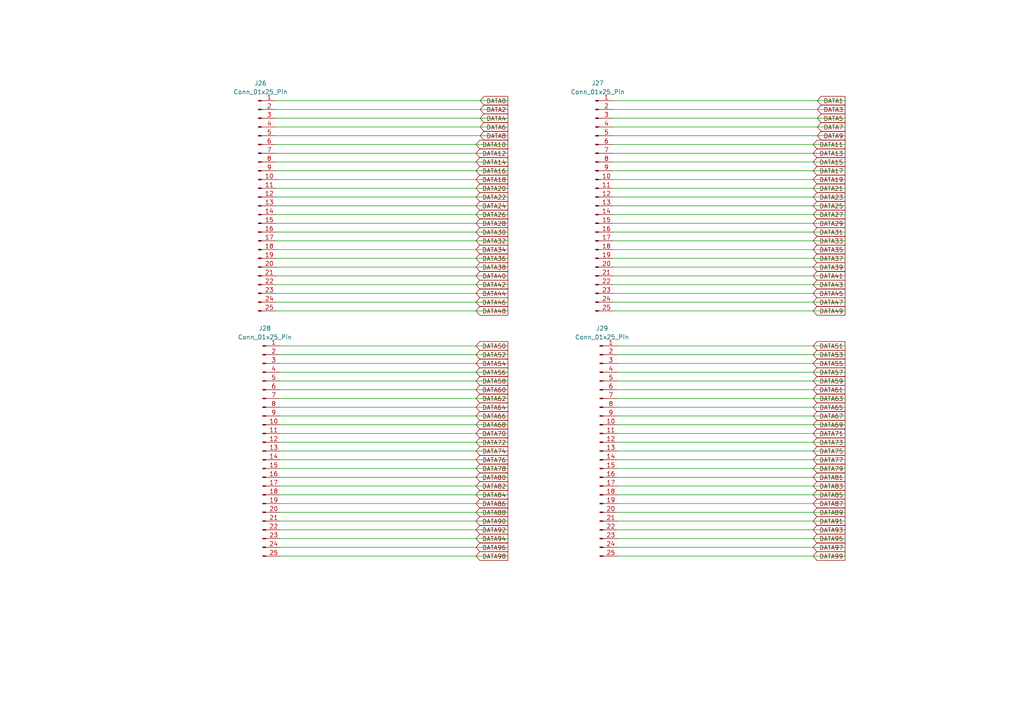
<source format=kicad_sch>
(kicad_sch
	(version 20250114)
	(generator "eeschema")
	(generator_version "9.0")
	(uuid "555c3936-41b6-43e7-8e59-c9cff3b48344")
	(paper "A4")
	(title_block
		(title "Carte de gestion des sorties numériques")
		(date "2025-02-09")
		(rev "1")
	)
	(lib_symbols
		(symbol "Connector:Conn_01x25_Pin"
			(pin_names
				(offset 1.016)
				(hide yes)
			)
			(exclude_from_sim no)
			(in_bom yes)
			(on_board yes)
			(property "Reference" "J"
				(at 0 33.02 0)
				(effects
					(font
						(size 1.27 1.27)
					)
				)
			)
			(property "Value" "Conn_01x25_Pin"
				(at 0 -33.02 0)
				(effects
					(font
						(size 1.27 1.27)
					)
				)
			)
			(property "Footprint" ""
				(at 0 0 0)
				(effects
					(font
						(size 1.27 1.27)
					)
					(hide yes)
				)
			)
			(property "Datasheet" "~"
				(at 0 0 0)
				(effects
					(font
						(size 1.27 1.27)
					)
					(hide yes)
				)
			)
			(property "Description" "Generic connector, single row, 01x25, script generated"
				(at 0 0 0)
				(effects
					(font
						(size 1.27 1.27)
					)
					(hide yes)
				)
			)
			(property "ki_locked" ""
				(at 0 0 0)
				(effects
					(font
						(size 1.27 1.27)
					)
				)
			)
			(property "ki_keywords" "connector"
				(at 0 0 0)
				(effects
					(font
						(size 1.27 1.27)
					)
					(hide yes)
				)
			)
			(property "ki_fp_filters" "Connector*:*_1x??_*"
				(at 0 0 0)
				(effects
					(font
						(size 1.27 1.27)
					)
					(hide yes)
				)
			)
			(symbol "Conn_01x25_Pin_1_1"
				(rectangle
					(start 0.8636 30.607)
					(end 0 30.353)
					(stroke
						(width 0.1524)
						(type default)
					)
					(fill
						(type outline)
					)
				)
				(rectangle
					(start 0.8636 28.067)
					(end 0 27.813)
					(stroke
						(width 0.1524)
						(type default)
					)
					(fill
						(type outline)
					)
				)
				(rectangle
					(start 0.8636 25.527)
					(end 0 25.273)
					(stroke
						(width 0.1524)
						(type default)
					)
					(fill
						(type outline)
					)
				)
				(rectangle
					(start 0.8636 22.987)
					(end 0 22.733)
					(stroke
						(width 0.1524)
						(type default)
					)
					(fill
						(type outline)
					)
				)
				(rectangle
					(start 0.8636 20.447)
					(end 0 20.193)
					(stroke
						(width 0.1524)
						(type default)
					)
					(fill
						(type outline)
					)
				)
				(rectangle
					(start 0.8636 17.907)
					(end 0 17.653)
					(stroke
						(width 0.1524)
						(type default)
					)
					(fill
						(type outline)
					)
				)
				(rectangle
					(start 0.8636 15.367)
					(end 0 15.113)
					(stroke
						(width 0.1524)
						(type default)
					)
					(fill
						(type outline)
					)
				)
				(rectangle
					(start 0.8636 12.827)
					(end 0 12.573)
					(stroke
						(width 0.1524)
						(type default)
					)
					(fill
						(type outline)
					)
				)
				(rectangle
					(start 0.8636 10.287)
					(end 0 10.033)
					(stroke
						(width 0.1524)
						(type default)
					)
					(fill
						(type outline)
					)
				)
				(rectangle
					(start 0.8636 7.747)
					(end 0 7.493)
					(stroke
						(width 0.1524)
						(type default)
					)
					(fill
						(type outline)
					)
				)
				(rectangle
					(start 0.8636 5.207)
					(end 0 4.953)
					(stroke
						(width 0.1524)
						(type default)
					)
					(fill
						(type outline)
					)
				)
				(rectangle
					(start 0.8636 2.667)
					(end 0 2.413)
					(stroke
						(width 0.1524)
						(type default)
					)
					(fill
						(type outline)
					)
				)
				(rectangle
					(start 0.8636 0.127)
					(end 0 -0.127)
					(stroke
						(width 0.1524)
						(type default)
					)
					(fill
						(type outline)
					)
				)
				(rectangle
					(start 0.8636 -2.413)
					(end 0 -2.667)
					(stroke
						(width 0.1524)
						(type default)
					)
					(fill
						(type outline)
					)
				)
				(rectangle
					(start 0.8636 -4.953)
					(end 0 -5.207)
					(stroke
						(width 0.1524)
						(type default)
					)
					(fill
						(type outline)
					)
				)
				(rectangle
					(start 0.8636 -7.493)
					(end 0 -7.747)
					(stroke
						(width 0.1524)
						(type default)
					)
					(fill
						(type outline)
					)
				)
				(rectangle
					(start 0.8636 -10.033)
					(end 0 -10.287)
					(stroke
						(width 0.1524)
						(type default)
					)
					(fill
						(type outline)
					)
				)
				(rectangle
					(start 0.8636 -12.573)
					(end 0 -12.827)
					(stroke
						(width 0.1524)
						(type default)
					)
					(fill
						(type outline)
					)
				)
				(rectangle
					(start 0.8636 -15.113)
					(end 0 -15.367)
					(stroke
						(width 0.1524)
						(type default)
					)
					(fill
						(type outline)
					)
				)
				(rectangle
					(start 0.8636 -17.653)
					(end 0 -17.907)
					(stroke
						(width 0.1524)
						(type default)
					)
					(fill
						(type outline)
					)
				)
				(rectangle
					(start 0.8636 -20.193)
					(end 0 -20.447)
					(stroke
						(width 0.1524)
						(type default)
					)
					(fill
						(type outline)
					)
				)
				(rectangle
					(start 0.8636 -22.733)
					(end 0 -22.987)
					(stroke
						(width 0.1524)
						(type default)
					)
					(fill
						(type outline)
					)
				)
				(rectangle
					(start 0.8636 -25.273)
					(end 0 -25.527)
					(stroke
						(width 0.1524)
						(type default)
					)
					(fill
						(type outline)
					)
				)
				(rectangle
					(start 0.8636 -27.813)
					(end 0 -28.067)
					(stroke
						(width 0.1524)
						(type default)
					)
					(fill
						(type outline)
					)
				)
				(rectangle
					(start 0.8636 -30.353)
					(end 0 -30.607)
					(stroke
						(width 0.1524)
						(type default)
					)
					(fill
						(type outline)
					)
				)
				(polyline
					(pts
						(xy 1.27 30.48) (xy 0.8636 30.48)
					)
					(stroke
						(width 0.1524)
						(type default)
					)
					(fill
						(type none)
					)
				)
				(polyline
					(pts
						(xy 1.27 27.94) (xy 0.8636 27.94)
					)
					(stroke
						(width 0.1524)
						(type default)
					)
					(fill
						(type none)
					)
				)
				(polyline
					(pts
						(xy 1.27 25.4) (xy 0.8636 25.4)
					)
					(stroke
						(width 0.1524)
						(type default)
					)
					(fill
						(type none)
					)
				)
				(polyline
					(pts
						(xy 1.27 22.86) (xy 0.8636 22.86)
					)
					(stroke
						(width 0.1524)
						(type default)
					)
					(fill
						(type none)
					)
				)
				(polyline
					(pts
						(xy 1.27 20.32) (xy 0.8636 20.32)
					)
					(stroke
						(width 0.1524)
						(type default)
					)
					(fill
						(type none)
					)
				)
				(polyline
					(pts
						(xy 1.27 17.78) (xy 0.8636 17.78)
					)
					(stroke
						(width 0.1524)
						(type default)
					)
					(fill
						(type none)
					)
				)
				(polyline
					(pts
						(xy 1.27 15.24) (xy 0.8636 15.24)
					)
					(stroke
						(width 0.1524)
						(type default)
					)
					(fill
						(type none)
					)
				)
				(polyline
					(pts
						(xy 1.27 12.7) (xy 0.8636 12.7)
					)
					(stroke
						(width 0.1524)
						(type default)
					)
					(fill
						(type none)
					)
				)
				(polyline
					(pts
						(xy 1.27 10.16) (xy 0.8636 10.16)
					)
					(stroke
						(width 0.1524)
						(type default)
					)
					(fill
						(type none)
					)
				)
				(polyline
					(pts
						(xy 1.27 7.62) (xy 0.8636 7.62)
					)
					(stroke
						(width 0.1524)
						(type default)
					)
					(fill
						(type none)
					)
				)
				(polyline
					(pts
						(xy 1.27 5.08) (xy 0.8636 5.08)
					)
					(stroke
						(width 0.1524)
						(type default)
					)
					(fill
						(type none)
					)
				)
				(polyline
					(pts
						(xy 1.27 2.54) (xy 0.8636 2.54)
					)
					(stroke
						(width 0.1524)
						(type default)
					)
					(fill
						(type none)
					)
				)
				(polyline
					(pts
						(xy 1.27 0) (xy 0.8636 0)
					)
					(stroke
						(width 0.1524)
						(type default)
					)
					(fill
						(type none)
					)
				)
				(polyline
					(pts
						(xy 1.27 -2.54) (xy 0.8636 -2.54)
					)
					(stroke
						(width 0.1524)
						(type default)
					)
					(fill
						(type none)
					)
				)
				(polyline
					(pts
						(xy 1.27 -5.08) (xy 0.8636 -5.08)
					)
					(stroke
						(width 0.1524)
						(type default)
					)
					(fill
						(type none)
					)
				)
				(polyline
					(pts
						(xy 1.27 -7.62) (xy 0.8636 -7.62)
					)
					(stroke
						(width 0.1524)
						(type default)
					)
					(fill
						(type none)
					)
				)
				(polyline
					(pts
						(xy 1.27 -10.16) (xy 0.8636 -10.16)
					)
					(stroke
						(width 0.1524)
						(type default)
					)
					(fill
						(type none)
					)
				)
				(polyline
					(pts
						(xy 1.27 -12.7) (xy 0.8636 -12.7)
					)
					(stroke
						(width 0.1524)
						(type default)
					)
					(fill
						(type none)
					)
				)
				(polyline
					(pts
						(xy 1.27 -15.24) (xy 0.8636 -15.24)
					)
					(stroke
						(width 0.1524)
						(type default)
					)
					(fill
						(type none)
					)
				)
				(polyline
					(pts
						(xy 1.27 -17.78) (xy 0.8636 -17.78)
					)
					(stroke
						(width 0.1524)
						(type default)
					)
					(fill
						(type none)
					)
				)
				(polyline
					(pts
						(xy 1.27 -20.32) (xy 0.8636 -20.32)
					)
					(stroke
						(width 0.1524)
						(type default)
					)
					(fill
						(type none)
					)
				)
				(polyline
					(pts
						(xy 1.27 -22.86) (xy 0.8636 -22.86)
					)
					(stroke
						(width 0.1524)
						(type default)
					)
					(fill
						(type none)
					)
				)
				(polyline
					(pts
						(xy 1.27 -25.4) (xy 0.8636 -25.4)
					)
					(stroke
						(width 0.1524)
						(type default)
					)
					(fill
						(type none)
					)
				)
				(polyline
					(pts
						(xy 1.27 -27.94) (xy 0.8636 -27.94)
					)
					(stroke
						(width 0.1524)
						(type default)
					)
					(fill
						(type none)
					)
				)
				(polyline
					(pts
						(xy 1.27 -30.48) (xy 0.8636 -30.48)
					)
					(stroke
						(width 0.1524)
						(type default)
					)
					(fill
						(type none)
					)
				)
				(pin passive line
					(at 5.08 30.48 180)
					(length 3.81)
					(name "Pin_1"
						(effects
							(font
								(size 1.27 1.27)
							)
						)
					)
					(number "1"
						(effects
							(font
								(size 1.27 1.27)
							)
						)
					)
				)
				(pin passive line
					(at 5.08 27.94 180)
					(length 3.81)
					(name "Pin_2"
						(effects
							(font
								(size 1.27 1.27)
							)
						)
					)
					(number "2"
						(effects
							(font
								(size 1.27 1.27)
							)
						)
					)
				)
				(pin passive line
					(at 5.08 25.4 180)
					(length 3.81)
					(name "Pin_3"
						(effects
							(font
								(size 1.27 1.27)
							)
						)
					)
					(number "3"
						(effects
							(font
								(size 1.27 1.27)
							)
						)
					)
				)
				(pin passive line
					(at 5.08 22.86 180)
					(length 3.81)
					(name "Pin_4"
						(effects
							(font
								(size 1.27 1.27)
							)
						)
					)
					(number "4"
						(effects
							(font
								(size 1.27 1.27)
							)
						)
					)
				)
				(pin passive line
					(at 5.08 20.32 180)
					(length 3.81)
					(name "Pin_5"
						(effects
							(font
								(size 1.27 1.27)
							)
						)
					)
					(number "5"
						(effects
							(font
								(size 1.27 1.27)
							)
						)
					)
				)
				(pin passive line
					(at 5.08 17.78 180)
					(length 3.81)
					(name "Pin_6"
						(effects
							(font
								(size 1.27 1.27)
							)
						)
					)
					(number "6"
						(effects
							(font
								(size 1.27 1.27)
							)
						)
					)
				)
				(pin passive line
					(at 5.08 15.24 180)
					(length 3.81)
					(name "Pin_7"
						(effects
							(font
								(size 1.27 1.27)
							)
						)
					)
					(number "7"
						(effects
							(font
								(size 1.27 1.27)
							)
						)
					)
				)
				(pin passive line
					(at 5.08 12.7 180)
					(length 3.81)
					(name "Pin_8"
						(effects
							(font
								(size 1.27 1.27)
							)
						)
					)
					(number "8"
						(effects
							(font
								(size 1.27 1.27)
							)
						)
					)
				)
				(pin passive line
					(at 5.08 10.16 180)
					(length 3.81)
					(name "Pin_9"
						(effects
							(font
								(size 1.27 1.27)
							)
						)
					)
					(number "9"
						(effects
							(font
								(size 1.27 1.27)
							)
						)
					)
				)
				(pin passive line
					(at 5.08 7.62 180)
					(length 3.81)
					(name "Pin_10"
						(effects
							(font
								(size 1.27 1.27)
							)
						)
					)
					(number "10"
						(effects
							(font
								(size 1.27 1.27)
							)
						)
					)
				)
				(pin passive line
					(at 5.08 5.08 180)
					(length 3.81)
					(name "Pin_11"
						(effects
							(font
								(size 1.27 1.27)
							)
						)
					)
					(number "11"
						(effects
							(font
								(size 1.27 1.27)
							)
						)
					)
				)
				(pin passive line
					(at 5.08 2.54 180)
					(length 3.81)
					(name "Pin_12"
						(effects
							(font
								(size 1.27 1.27)
							)
						)
					)
					(number "12"
						(effects
							(font
								(size 1.27 1.27)
							)
						)
					)
				)
				(pin passive line
					(at 5.08 0 180)
					(length 3.81)
					(name "Pin_13"
						(effects
							(font
								(size 1.27 1.27)
							)
						)
					)
					(number "13"
						(effects
							(font
								(size 1.27 1.27)
							)
						)
					)
				)
				(pin passive line
					(at 5.08 -2.54 180)
					(length 3.81)
					(name "Pin_14"
						(effects
							(font
								(size 1.27 1.27)
							)
						)
					)
					(number "14"
						(effects
							(font
								(size 1.27 1.27)
							)
						)
					)
				)
				(pin passive line
					(at 5.08 -5.08 180)
					(length 3.81)
					(name "Pin_15"
						(effects
							(font
								(size 1.27 1.27)
							)
						)
					)
					(number "15"
						(effects
							(font
								(size 1.27 1.27)
							)
						)
					)
				)
				(pin passive line
					(at 5.08 -7.62 180)
					(length 3.81)
					(name "Pin_16"
						(effects
							(font
								(size 1.27 1.27)
							)
						)
					)
					(number "16"
						(effects
							(font
								(size 1.27 1.27)
							)
						)
					)
				)
				(pin passive line
					(at 5.08 -10.16 180)
					(length 3.81)
					(name "Pin_17"
						(effects
							(font
								(size 1.27 1.27)
							)
						)
					)
					(number "17"
						(effects
							(font
								(size 1.27 1.27)
							)
						)
					)
				)
				(pin passive line
					(at 5.08 -12.7 180)
					(length 3.81)
					(name "Pin_18"
						(effects
							(font
								(size 1.27 1.27)
							)
						)
					)
					(number "18"
						(effects
							(font
								(size 1.27 1.27)
							)
						)
					)
				)
				(pin passive line
					(at 5.08 -15.24 180)
					(length 3.81)
					(name "Pin_19"
						(effects
							(font
								(size 1.27 1.27)
							)
						)
					)
					(number "19"
						(effects
							(font
								(size 1.27 1.27)
							)
						)
					)
				)
				(pin passive line
					(at 5.08 -17.78 180)
					(length 3.81)
					(name "Pin_20"
						(effects
							(font
								(size 1.27 1.27)
							)
						)
					)
					(number "20"
						(effects
							(font
								(size 1.27 1.27)
							)
						)
					)
				)
				(pin passive line
					(at 5.08 -20.32 180)
					(length 3.81)
					(name "Pin_21"
						(effects
							(font
								(size 1.27 1.27)
							)
						)
					)
					(number "21"
						(effects
							(font
								(size 1.27 1.27)
							)
						)
					)
				)
				(pin passive line
					(at 5.08 -22.86 180)
					(length 3.81)
					(name "Pin_22"
						(effects
							(font
								(size 1.27 1.27)
							)
						)
					)
					(number "22"
						(effects
							(font
								(size 1.27 1.27)
							)
						)
					)
				)
				(pin passive line
					(at 5.08 -25.4 180)
					(length 3.81)
					(name "Pin_23"
						(effects
							(font
								(size 1.27 1.27)
							)
						)
					)
					(number "23"
						(effects
							(font
								(size 1.27 1.27)
							)
						)
					)
				)
				(pin passive line
					(at 5.08 -27.94 180)
					(length 3.81)
					(name "Pin_24"
						(effects
							(font
								(size 1.27 1.27)
							)
						)
					)
					(number "24"
						(effects
							(font
								(size 1.27 1.27)
							)
						)
					)
				)
				(pin passive line
					(at 5.08 -30.48 180)
					(length 3.81)
					(name "Pin_25"
						(effects
							(font
								(size 1.27 1.27)
							)
						)
					)
					(number "25"
						(effects
							(font
								(size 1.27 1.27)
							)
						)
					)
				)
			)
			(embedded_fonts no)
		)
	)
	(wire
		(pts
			(xy 177.8 87.63) (xy 245.11 87.63)
		)
		(stroke
			(width 0)
			(type default)
		)
		(uuid "0413c591-dec9-47bf-bbf1-6f724dfe0371")
	)
	(wire
		(pts
			(xy 80.01 44.45) (xy 147.32 44.45)
		)
		(stroke
			(width 0)
			(type default)
		)
		(uuid "0b1366d3-356d-4404-8176-888aa59cf977")
	)
	(wire
		(pts
			(xy 80.01 90.17) (xy 147.32 90.17)
		)
		(stroke
			(width 0)
			(type default)
		)
		(uuid "0d798976-b54f-445d-8141-0e2236e8fcb6")
	)
	(wire
		(pts
			(xy 177.8 31.75) (xy 245.11 31.75)
		)
		(stroke
			(width 0)
			(type default)
		)
		(uuid "0ec0babb-7ba6-4eb6-a17d-25a4b9e94bc0")
	)
	(wire
		(pts
			(xy 80.01 69.85) (xy 147.32 69.85)
		)
		(stroke
			(width 0)
			(type default)
		)
		(uuid "13279867-dfbf-48ed-8ad6-c2fdd585ce55")
	)
	(wire
		(pts
			(xy 80.01 52.07) (xy 147.32 52.07)
		)
		(stroke
			(width 0)
			(type default)
		)
		(uuid "13f598bb-f503-4908-9d07-e6d6b31be980")
	)
	(wire
		(pts
			(xy 81.28 146.05) (xy 147.32 146.05)
		)
		(stroke
			(width 0)
			(type default)
		)
		(uuid "18933826-f403-43ac-9ab7-1b7237aca488")
	)
	(wire
		(pts
			(xy 179.07 100.33) (xy 245.11 100.33)
		)
		(stroke
			(width 0)
			(type default)
		)
		(uuid "19f7250a-c407-4c97-b976-87a40b2a1bde")
	)
	(wire
		(pts
			(xy 179.07 120.65) (xy 245.11 120.65)
		)
		(stroke
			(width 0)
			(type default)
		)
		(uuid "1aa52ae4-be35-4515-9aba-202f84fed155")
	)
	(wire
		(pts
			(xy 177.8 69.85) (xy 245.11 69.85)
		)
		(stroke
			(width 0)
			(type default)
		)
		(uuid "1bbf90a7-cc4a-40f8-94c3-7132c2a195d8")
	)
	(wire
		(pts
			(xy 177.8 59.69) (xy 245.11 59.69)
		)
		(stroke
			(width 0)
			(type default)
		)
		(uuid "1d95ddc4-94fa-4a6b-b154-82eb51482bff")
	)
	(wire
		(pts
			(xy 81.28 123.19) (xy 147.32 123.19)
		)
		(stroke
			(width 0)
			(type default)
		)
		(uuid "1f26fa34-796e-41a6-9178-a3baa61705f9")
	)
	(wire
		(pts
			(xy 179.07 110.49) (xy 245.11 110.49)
		)
		(stroke
			(width 0)
			(type default)
		)
		(uuid "21200fe8-9b91-4ada-a7d0-ebefb7bd1697")
	)
	(wire
		(pts
			(xy 179.07 130.81) (xy 245.11 130.81)
		)
		(stroke
			(width 0)
			(type default)
		)
		(uuid "22761539-a5cb-44a1-8aa5-d1f469a52e89")
	)
	(wire
		(pts
			(xy 179.07 156.21) (xy 245.11 156.21)
		)
		(stroke
			(width 0)
			(type default)
		)
		(uuid "264543ce-4604-4f8a-9270-8682e705b7f4")
	)
	(wire
		(pts
			(xy 179.07 107.95) (xy 245.11 107.95)
		)
		(stroke
			(width 0)
			(type default)
		)
		(uuid "2667e054-178b-4890-bb51-8de0bfcfef49")
	)
	(wire
		(pts
			(xy 177.8 62.23) (xy 245.11 62.23)
		)
		(stroke
			(width 0)
			(type default)
		)
		(uuid "2803301a-d48e-4b31-9b06-ee31cf6f27a1")
	)
	(wire
		(pts
			(xy 177.8 90.17) (xy 245.11 90.17)
		)
		(stroke
			(width 0)
			(type default)
		)
		(uuid "29de299f-7497-4834-890b-da604e16ba20")
	)
	(wire
		(pts
			(xy 81.28 148.59) (xy 147.32 148.59)
		)
		(stroke
			(width 0)
			(type default)
		)
		(uuid "31652d5c-01d3-40b8-a9b5-9a91ee74e226")
	)
	(wire
		(pts
			(xy 81.28 105.41) (xy 147.32 105.41)
		)
		(stroke
			(width 0)
			(type default)
		)
		(uuid "324feec9-fc67-4023-af00-a72de7574715")
	)
	(wire
		(pts
			(xy 81.28 113.03) (xy 147.32 113.03)
		)
		(stroke
			(width 0)
			(type default)
		)
		(uuid "327d1adb-2bb8-40f5-8a3c-ce735f31103e")
	)
	(wire
		(pts
			(xy 81.28 153.67) (xy 147.32 153.67)
		)
		(stroke
			(width 0)
			(type default)
		)
		(uuid "3339a519-84ac-458f-8463-b8f813fa9f6e")
	)
	(wire
		(pts
			(xy 81.28 143.51) (xy 147.32 143.51)
		)
		(stroke
			(width 0)
			(type default)
		)
		(uuid "34947cea-e010-4c84-825c-0d0c94717d71")
	)
	(wire
		(pts
			(xy 80.01 49.53) (xy 147.32 49.53)
		)
		(stroke
			(width 0)
			(type default)
		)
		(uuid "3a6a5d4a-8ba8-4ae9-b22d-b78ed4ccc03c")
	)
	(wire
		(pts
			(xy 177.8 85.09) (xy 245.11 85.09)
		)
		(stroke
			(width 0)
			(type default)
		)
		(uuid "3e09d0d8-195f-4c8b-8f2f-2692bc4e99d7")
	)
	(wire
		(pts
			(xy 177.8 39.37) (xy 245.11 39.37)
		)
		(stroke
			(width 0)
			(type default)
		)
		(uuid "4069e690-0ba5-4d59-920c-9168137847f1")
	)
	(wire
		(pts
			(xy 179.07 158.75) (xy 245.11 158.75)
		)
		(stroke
			(width 0)
			(type default)
		)
		(uuid "42618385-e587-43ac-b9ee-3184a7aebb03")
	)
	(wire
		(pts
			(xy 179.07 138.43) (xy 245.11 138.43)
		)
		(stroke
			(width 0)
			(type default)
		)
		(uuid "4475612b-496f-403e-b102-f7d3dccab6ad")
	)
	(wire
		(pts
			(xy 81.28 110.49) (xy 147.32 110.49)
		)
		(stroke
			(width 0)
			(type default)
		)
		(uuid "477b2856-8727-43c5-96ab-98e1624d3749")
	)
	(wire
		(pts
			(xy 179.07 128.27) (xy 245.11 128.27)
		)
		(stroke
			(width 0)
			(type default)
		)
		(uuid "47a1acd4-e319-4ea2-825e-ce8a1163cba5")
	)
	(wire
		(pts
			(xy 179.07 143.51) (xy 245.11 143.51)
		)
		(stroke
			(width 0)
			(type default)
		)
		(uuid "4aa2031f-535c-47d5-aba9-f8820b31e6de")
	)
	(wire
		(pts
			(xy 177.8 80.01) (xy 245.11 80.01)
		)
		(stroke
			(width 0)
			(type default)
		)
		(uuid "4dc49842-6063-4d34-af63-d9c9b6790398")
	)
	(wire
		(pts
			(xy 80.01 72.39) (xy 147.32 72.39)
		)
		(stroke
			(width 0)
			(type default)
		)
		(uuid "4eb2fa6c-ae8f-4e17-a9ec-c251553b8719")
	)
	(wire
		(pts
			(xy 81.28 120.65) (xy 147.32 120.65)
		)
		(stroke
			(width 0)
			(type default)
		)
		(uuid "501c860f-0dbf-443d-809d-ffca30ab5a63")
	)
	(wire
		(pts
			(xy 177.8 44.45) (xy 245.11 44.45)
		)
		(stroke
			(width 0)
			(type default)
		)
		(uuid "504abd15-7f81-44b4-8424-1ddb9ee7d1a7")
	)
	(wire
		(pts
			(xy 177.8 54.61) (xy 245.11 54.61)
		)
		(stroke
			(width 0)
			(type default)
		)
		(uuid "574d90b4-7f65-4f0f-b314-8b4125cf3ae2")
	)
	(wire
		(pts
			(xy 80.01 39.37) (xy 147.32 39.37)
		)
		(stroke
			(width 0)
			(type default)
		)
		(uuid "580b0c7c-8576-4b89-b712-0a5c448dd277")
	)
	(wire
		(pts
			(xy 81.28 130.81) (xy 147.32 130.81)
		)
		(stroke
			(width 0)
			(type default)
		)
		(uuid "5a31642d-0f5b-4b36-8f3b-3193e0629040")
	)
	(wire
		(pts
			(xy 80.01 31.75) (xy 147.32 31.75)
		)
		(stroke
			(width 0)
			(type default)
		)
		(uuid "5ae0b01b-d682-4277-8f2b-6b87244cf742")
	)
	(wire
		(pts
			(xy 80.01 41.91) (xy 147.32 41.91)
		)
		(stroke
			(width 0)
			(type default)
		)
		(uuid "5bc54ed0-5e7e-41df-a514-c68f9e4e8c1e")
	)
	(wire
		(pts
			(xy 80.01 64.77) (xy 147.32 64.77)
		)
		(stroke
			(width 0)
			(type default)
		)
		(uuid "5d55a5ca-3137-4ac0-9367-15fe8468e8ff")
	)
	(wire
		(pts
			(xy 80.01 59.69) (xy 147.32 59.69)
		)
		(stroke
			(width 0)
			(type default)
		)
		(uuid "5e4dc3d5-5a5c-45b3-9925-cf7c3f703eca")
	)
	(wire
		(pts
			(xy 81.28 151.13) (xy 147.32 151.13)
		)
		(stroke
			(width 0)
			(type default)
		)
		(uuid "64742134-da1d-4099-b13a-55b0dbd79b6d")
	)
	(wire
		(pts
			(xy 179.07 113.03) (xy 245.11 113.03)
		)
		(stroke
			(width 0)
			(type default)
		)
		(uuid "64758ade-85c6-432b-824d-59583686a45b")
	)
	(wire
		(pts
			(xy 80.01 29.21) (xy 147.32 29.21)
		)
		(stroke
			(width 0)
			(type default)
		)
		(uuid "67a6c3ef-2d13-4b49-93cd-b75fc154ee82")
	)
	(wire
		(pts
			(xy 177.8 52.07) (xy 245.11 52.07)
		)
		(stroke
			(width 0)
			(type default)
		)
		(uuid "6eb46b47-e38a-453b-a570-98b8be31fe33")
	)
	(wire
		(pts
			(xy 81.28 128.27) (xy 147.32 128.27)
		)
		(stroke
			(width 0)
			(type default)
		)
		(uuid "73a64752-2cce-4c27-b331-5b3e94a5e08e")
	)
	(wire
		(pts
			(xy 177.8 64.77) (xy 245.11 64.77)
		)
		(stroke
			(width 0)
			(type default)
		)
		(uuid "75268e5d-ee52-460b-a2e7-fa3c2f1a0511")
	)
	(wire
		(pts
			(xy 179.07 133.35) (xy 245.11 133.35)
		)
		(stroke
			(width 0)
			(type default)
		)
		(uuid "76825736-f712-451a-8842-2b2c7bd019f7")
	)
	(wire
		(pts
			(xy 80.01 36.83) (xy 147.32 36.83)
		)
		(stroke
			(width 0)
			(type default)
		)
		(uuid "79ebe004-dd9e-4b57-a60d-614c32c78177")
	)
	(wire
		(pts
			(xy 179.07 118.11) (xy 245.11 118.11)
		)
		(stroke
			(width 0)
			(type default)
		)
		(uuid "82a8ee96-6a6c-438f-8a27-fb0c45dc5a13")
	)
	(wire
		(pts
			(xy 80.01 74.93) (xy 147.32 74.93)
		)
		(stroke
			(width 0)
			(type default)
		)
		(uuid "82fe353a-e500-4096-bc18-3fbdb9877540")
	)
	(wire
		(pts
			(xy 80.01 67.31) (xy 147.32 67.31)
		)
		(stroke
			(width 0)
			(type default)
		)
		(uuid "832628d6-3c85-48fc-a5ae-22c78c205652")
	)
	(wire
		(pts
			(xy 81.28 135.89) (xy 147.32 135.89)
		)
		(stroke
			(width 0)
			(type default)
		)
		(uuid "87c406bc-7f40-4d22-a1f2-dc21b267d0ed")
	)
	(wire
		(pts
			(xy 179.07 102.87) (xy 245.11 102.87)
		)
		(stroke
			(width 0)
			(type default)
		)
		(uuid "87e2a315-ad39-47c4-9662-a61d0905b9cb")
	)
	(wire
		(pts
			(xy 80.01 57.15) (xy 147.32 57.15)
		)
		(stroke
			(width 0)
			(type default)
		)
		(uuid "89ae3e6e-4345-427b-b170-12585a7a440a")
	)
	(wire
		(pts
			(xy 81.28 138.43) (xy 147.32 138.43)
		)
		(stroke
			(width 0)
			(type default)
		)
		(uuid "8d798d8c-df37-4db6-af87-24bd5ec7f8ff")
	)
	(wire
		(pts
			(xy 81.28 118.11) (xy 147.32 118.11)
		)
		(stroke
			(width 0)
			(type default)
		)
		(uuid "8f81c0ed-069b-4096-b9ba-bf85cc6cf274")
	)
	(wire
		(pts
			(xy 80.01 62.23) (xy 147.32 62.23)
		)
		(stroke
			(width 0)
			(type default)
		)
		(uuid "8fb2c873-009a-46a1-9a15-9b7dec5a7e94")
	)
	(wire
		(pts
			(xy 80.01 87.63) (xy 147.32 87.63)
		)
		(stroke
			(width 0)
			(type default)
		)
		(uuid "904ddcf7-6efe-43d2-8bb5-c86b5d9aa6b1")
	)
	(wire
		(pts
			(xy 179.07 123.19) (xy 245.11 123.19)
		)
		(stroke
			(width 0)
			(type default)
		)
		(uuid "94166f03-6fba-4e64-ba7c-8a6abf7461b9")
	)
	(wire
		(pts
			(xy 177.8 29.21) (xy 245.11 29.21)
		)
		(stroke
			(width 0)
			(type default)
		)
		(uuid "9435a662-0b64-42d4-be4f-e95abbbd8ef7")
	)
	(wire
		(pts
			(xy 80.01 85.09) (xy 147.32 85.09)
		)
		(stroke
			(width 0)
			(type default)
		)
		(uuid "94f8049c-13b4-4d87-bdb9-d1418fa38885")
	)
	(wire
		(pts
			(xy 81.28 100.33) (xy 147.32 100.33)
		)
		(stroke
			(width 0)
			(type default)
		)
		(uuid "98928a45-fa71-4001-bb44-1c6574a50fcf")
	)
	(wire
		(pts
			(xy 179.07 125.73) (xy 245.11 125.73)
		)
		(stroke
			(width 0)
			(type default)
		)
		(uuid "98e9f0a2-a3fc-406c-a574-3c17dc79d565")
	)
	(wire
		(pts
			(xy 177.8 36.83) (xy 245.11 36.83)
		)
		(stroke
			(width 0)
			(type default)
		)
		(uuid "99bc5fd8-d794-4c7b-bfee-4bd9c94cb995")
	)
	(wire
		(pts
			(xy 179.07 105.41) (xy 245.11 105.41)
		)
		(stroke
			(width 0)
			(type default)
		)
		(uuid "9f7d14b4-8fa4-434a-9ba7-161a37ec21c9")
	)
	(wire
		(pts
			(xy 179.07 140.97) (xy 245.11 140.97)
		)
		(stroke
			(width 0)
			(type default)
		)
		(uuid "a21e3159-520b-4266-8de8-d681970a0df9")
	)
	(wire
		(pts
			(xy 179.07 148.59) (xy 245.11 148.59)
		)
		(stroke
			(width 0)
			(type default)
		)
		(uuid "a3696c1d-c1a8-4518-8577-aaefcca918ba")
	)
	(wire
		(pts
			(xy 80.01 54.61) (xy 147.32 54.61)
		)
		(stroke
			(width 0)
			(type default)
		)
		(uuid "a82995c0-fa38-413d-9fbd-c35e92cf8fbf")
	)
	(wire
		(pts
			(xy 179.07 135.89) (xy 245.11 135.89)
		)
		(stroke
			(width 0)
			(type default)
		)
		(uuid "bb0a9415-038b-4a1c-bc57-6b728afd290e")
	)
	(wire
		(pts
			(xy 177.8 82.55) (xy 245.11 82.55)
		)
		(stroke
			(width 0)
			(type default)
		)
		(uuid "bbe628f7-3f74-4a68-aa58-b2b8d8a0651d")
	)
	(wire
		(pts
			(xy 179.07 161.29) (xy 245.11 161.29)
		)
		(stroke
			(width 0)
			(type default)
		)
		(uuid "bde530bc-ba8b-4e7c-9078-8fa1fa3c97aa")
	)
	(wire
		(pts
			(xy 177.8 46.99) (xy 245.11 46.99)
		)
		(stroke
			(width 0)
			(type default)
		)
		(uuid "bef9ae43-59d4-40a1-9e20-1bfaa09556e5")
	)
	(wire
		(pts
			(xy 179.07 151.13) (xy 245.11 151.13)
		)
		(stroke
			(width 0)
			(type default)
		)
		(uuid "c739549f-8cc7-4b4d-a169-0a31a5f898aa")
	)
	(wire
		(pts
			(xy 80.01 80.01) (xy 147.32 80.01)
		)
		(stroke
			(width 0)
			(type default)
		)
		(uuid "c9a963e0-7d6b-48f9-b1ba-59773a1f5bc6")
	)
	(wire
		(pts
			(xy 177.8 34.29) (xy 245.11 34.29)
		)
		(stroke
			(width 0)
			(type default)
		)
		(uuid "cb38c047-93e2-4872-83a4-129fd4852981")
	)
	(wire
		(pts
			(xy 81.28 107.95) (xy 147.32 107.95)
		)
		(stroke
			(width 0)
			(type default)
		)
		(uuid "cb38fa9d-a569-4362-86b2-085d886225fb")
	)
	(wire
		(pts
			(xy 179.07 115.57) (xy 245.11 115.57)
		)
		(stroke
			(width 0)
			(type default)
		)
		(uuid "ccfedf4a-1e83-4f44-8991-d68791c20ab4")
	)
	(wire
		(pts
			(xy 81.28 156.21) (xy 147.32 156.21)
		)
		(stroke
			(width 0)
			(type default)
		)
		(uuid "cdacb962-7d9c-414f-851f-297c4b0f8293")
	)
	(wire
		(pts
			(xy 177.8 57.15) (xy 245.11 57.15)
		)
		(stroke
			(width 0)
			(type default)
		)
		(uuid "d3e58efe-8175-4a8b-ae9a-2e74309512ad")
	)
	(wire
		(pts
			(xy 80.01 77.47) (xy 147.32 77.47)
		)
		(stroke
			(width 0)
			(type default)
		)
		(uuid "d8a5d4ad-38b4-455b-87f7-c8da14fc13e4")
	)
	(wire
		(pts
			(xy 80.01 46.99) (xy 147.32 46.99)
		)
		(stroke
			(width 0)
			(type default)
		)
		(uuid "d9e4746d-2e3c-467d-8adf-b006eec84edb")
	)
	(wire
		(pts
			(xy 81.28 102.87) (xy 147.32 102.87)
		)
		(stroke
			(width 0)
			(type default)
		)
		(uuid "dafa3a6a-ea2b-48fc-928a-ce0a935fe253")
	)
	(wire
		(pts
			(xy 177.8 49.53) (xy 245.11 49.53)
		)
		(stroke
			(width 0)
			(type default)
		)
		(uuid "e04da586-f2d0-4505-a6c3-39afda1fecfb")
	)
	(wire
		(pts
			(xy 177.8 72.39) (xy 245.11 72.39)
		)
		(stroke
			(width 0)
			(type default)
		)
		(uuid "e065dfab-05bc-4297-829f-5ec71ce0d230")
	)
	(wire
		(pts
			(xy 81.28 161.29) (xy 147.32 161.29)
		)
		(stroke
			(width 0)
			(type default)
		)
		(uuid "e236b6eb-07d0-4d15-b169-5d96b1706ea0")
	)
	(wire
		(pts
			(xy 81.28 115.57) (xy 147.32 115.57)
		)
		(stroke
			(width 0)
			(type default)
		)
		(uuid "e2549a44-4c34-4a22-b103-cd610a4d330b")
	)
	(wire
		(pts
			(xy 80.01 82.55) (xy 147.32 82.55)
		)
		(stroke
			(width 0)
			(type default)
		)
		(uuid "e7081fdd-3a02-4345-8d15-c3e5fe3836de")
	)
	(wire
		(pts
			(xy 81.28 158.75) (xy 147.32 158.75)
		)
		(stroke
			(width 0)
			(type default)
		)
		(uuid "ef317954-15aa-43ec-9447-8dadf7d2ae66")
	)
	(wire
		(pts
			(xy 179.07 153.67) (xy 245.11 153.67)
		)
		(stroke
			(width 0)
			(type default)
		)
		(uuid "f0e1860f-41e7-46f3-ad1e-e6de24fd4349")
	)
	(wire
		(pts
			(xy 81.28 140.97) (xy 147.32 140.97)
		)
		(stroke
			(width 0)
			(type default)
		)
		(uuid "f30aa914-155d-452c-ad69-7f4a81eee6be")
	)
	(wire
		(pts
			(xy 80.01 34.29) (xy 147.32 34.29)
		)
		(stroke
			(width 0)
			(type default)
		)
		(uuid "f59ffbb2-b120-4c7d-816c-39970c26f910")
	)
	(wire
		(pts
			(xy 81.28 125.73) (xy 147.32 125.73)
		)
		(stroke
			(width 0)
			(type default)
		)
		(uuid "f5ee3f0c-742c-4f9e-bcc5-99fb428f8d58")
	)
	(wire
		(pts
			(xy 177.8 74.93) (xy 245.11 74.93)
		)
		(stroke
			(width 0)
			(type default)
		)
		(uuid "f66a4b6c-d358-44dd-9851-256bca23796d")
	)
	(wire
		(pts
			(xy 177.8 67.31) (xy 245.11 67.31)
		)
		(stroke
			(width 0)
			(type default)
		)
		(uuid "f6d4c3d4-dde2-4bd4-9b64-d4a9adfdc89a")
	)
	(wire
		(pts
			(xy 81.28 133.35) (xy 147.32 133.35)
		)
		(stroke
			(width 0)
			(type default)
		)
		(uuid "f7300818-bd99-4d59-91d1-260b6d3aee56")
	)
	(wire
		(pts
			(xy 177.8 77.47) (xy 245.11 77.47)
		)
		(stroke
			(width 0)
			(type default)
		)
		(uuid "fad9c4bb-1592-448b-9140-836f3c6670ea")
	)
	(wire
		(pts
			(xy 177.8 41.91) (xy 245.11 41.91)
		)
		(stroke
			(width 0)
			(type default)
		)
		(uuid "fcbb4c47-a579-4d9a-bbe9-bb5cff665a96")
	)
	(wire
		(pts
			(xy 179.07 146.05) (xy 245.11 146.05)
		)
		(stroke
			(width 0)
			(type default)
		)
		(uuid "fdd0a02f-e76a-4b20-b182-ab47575f3a71")
	)
	(global_label "DATA97"
		(shape output)
		(at 245.11 158.75 180)
		(fields_autoplaced yes)
		(effects
			(font
				(size 1.27 1.27)
			)
			(justify right)
		)
		(uuid "00b6828b-b1e4-4967-9afb-7fcd0f82d120")
		(property "Intersheetrefs" "${INTERSHEET_REFS}"
			(at 235.291 158.75 0)
			(effects
				(font
					(size 1.27 1.27)
				)
				(justify right)
				(hide yes)
			)
		)
	)
	(global_label "DATA37"
		(shape output)
		(at 245.11 74.93 180)
		(fields_autoplaced yes)
		(effects
			(font
				(size 1.27 1.27)
			)
			(justify right)
		)
		(uuid "089c9988-244e-4480-8b67-9c2ec09a7928")
		(property "Intersheetrefs" "${INTERSHEET_REFS}"
			(at 235.291 74.93 0)
			(effects
				(font
					(size 1.27 1.27)
				)
				(justify right)
				(hide yes)
			)
		)
	)
	(global_label "DATA73"
		(shape output)
		(at 245.11 128.27 180)
		(fields_autoplaced yes)
		(effects
			(font
				(size 1.27 1.27)
			)
			(justify right)
		)
		(uuid "0a6ea7af-b424-4098-a0d5-a5619d680c8d")
		(property "Intersheetrefs" "${INTERSHEET_REFS}"
			(at 235.291 128.27 0)
			(effects
				(font
					(size 1.27 1.27)
				)
				(justify right)
				(hide yes)
			)
		)
	)
	(global_label "DATA58"
		(shape output)
		(at 147.32 110.49 180)
		(fields_autoplaced yes)
		(effects
			(font
				(size 1.27 1.27)
			)
			(justify right)
		)
		(uuid "0b085c3b-0053-4bda-88e9-01ae7e60d0dc")
		(property "Intersheetrefs" "${INTERSHEET_REFS}"
			(at 137.501 110.49 0)
			(effects
				(font
					(size 1.27 1.27)
				)
				(justify right)
				(hide yes)
			)
		)
	)
	(global_label "DATA38"
		(shape output)
		(at 147.32 77.47 180)
		(fields_autoplaced yes)
		(effects
			(font
				(size 1.27 1.27)
			)
			(justify right)
		)
		(uuid "0d0010f5-6933-4d0b-b225-b85d88ddab85")
		(property "Intersheetrefs" "${INTERSHEET_REFS}"
			(at 137.501 77.47 0)
			(effects
				(font
					(size 1.27 1.27)
				)
				(justify right)
				(hide yes)
			)
		)
	)
	(global_label "DATA14"
		(shape output)
		(at 147.32 46.99 180)
		(fields_autoplaced yes)
		(effects
			(font
				(size 1.27 1.27)
			)
			(justify right)
		)
		(uuid "0d3308d4-68a5-4b74-9154-a52fa6c5dc38")
		(property "Intersheetrefs" "${INTERSHEET_REFS}"
			(at 137.501 46.99 0)
			(effects
				(font
					(size 1.27 1.27)
				)
				(justify right)
				(hide yes)
			)
		)
	)
	(global_label "DATA50"
		(shape output)
		(at 147.32 100.33 180)
		(fields_autoplaced yes)
		(effects
			(font
				(size 1.27 1.27)
			)
			(justify right)
		)
		(uuid "13c586c7-7a31-4717-a6dd-0808b4d953e5")
		(property "Intersheetrefs" "${INTERSHEET_REFS}"
			(at 137.501 100.33 0)
			(effects
				(font
					(size 1.27 1.27)
				)
				(justify right)
				(hide yes)
			)
		)
	)
	(global_label "DATA64"
		(shape output)
		(at 147.32 118.11 180)
		(fields_autoplaced yes)
		(effects
			(font
				(size 1.27 1.27)
			)
			(justify right)
		)
		(uuid "15ff9a8b-f9c5-4c8d-a9c9-1b3e4c3d6f43")
		(property "Intersheetrefs" "${INTERSHEET_REFS}"
			(at 137.501 118.11 0)
			(effects
				(font
					(size 1.27 1.27)
				)
				(justify right)
				(hide yes)
			)
		)
	)
	(global_label "DATA31"
		(shape output)
		(at 245.11 67.31 180)
		(fields_autoplaced yes)
		(effects
			(font
				(size 1.27 1.27)
			)
			(justify right)
		)
		(uuid "191c2efd-fb58-4e45-8696-03a3fee78443")
		(property "Intersheetrefs" "${INTERSHEET_REFS}"
			(at 235.291 67.31 0)
			(effects
				(font
					(size 1.27 1.27)
				)
				(justify right)
				(hide yes)
			)
		)
	)
	(global_label "DATA32"
		(shape output)
		(at 147.32 69.85 180)
		(fields_autoplaced yes)
		(effects
			(font
				(size 1.27 1.27)
			)
			(justify right)
		)
		(uuid "1c05fce1-30ff-4d89-af40-71a7692b654e")
		(property "Intersheetrefs" "${INTERSHEET_REFS}"
			(at 137.501 69.85 0)
			(effects
				(font
					(size 1.27 1.27)
				)
				(justify right)
				(hide yes)
			)
		)
	)
	(global_label "DATA12"
		(shape output)
		(at 147.32 44.45 180)
		(fields_autoplaced yes)
		(effects
			(font
				(size 1.27 1.27)
			)
			(justify right)
		)
		(uuid "1c69dfa0-a9a4-4d05-ad04-803453c6df83")
		(property "Intersheetrefs" "${INTERSHEET_REFS}"
			(at 137.501 44.45 0)
			(effects
				(font
					(size 1.27 1.27)
				)
				(justify right)
				(hide yes)
			)
		)
	)
	(global_label "DATA44"
		(shape output)
		(at 147.32 85.09 180)
		(fields_autoplaced yes)
		(effects
			(font
				(size 1.27 1.27)
			)
			(justify right)
		)
		(uuid "20636adf-2b4c-4da4-ae7c-6a3f5a660cfd")
		(property "Intersheetrefs" "${INTERSHEET_REFS}"
			(at 137.501 85.09 0)
			(effects
				(font
					(size 1.27 1.27)
				)
				(justify right)
				(hide yes)
			)
		)
	)
	(global_label "DATA80"
		(shape output)
		(at 147.32 138.43 180)
		(fields_autoplaced yes)
		(effects
			(font
				(size 1.27 1.27)
			)
			(justify right)
		)
		(uuid "26f7f227-9258-43ba-a476-30d8a1b7d5fc")
		(property "Intersheetrefs" "${INTERSHEET_REFS}"
			(at 137.501 138.43 0)
			(effects
				(font
					(size 1.27 1.27)
				)
				(justify right)
				(hide yes)
			)
		)
	)
	(global_label "DATA19"
		(shape output)
		(at 245.11 52.07 180)
		(fields_autoplaced yes)
		(effects
			(font
				(size 1.27 1.27)
			)
			(justify right)
		)
		(uuid "27b9d59a-bbaa-4431-830a-2fa384bfc7fe")
		(property "Intersheetrefs" "${INTERSHEET_REFS}"
			(at 235.291 52.07 0)
			(effects
				(font
					(size 1.27 1.27)
				)
				(justify right)
				(hide yes)
			)
		)
	)
	(global_label "DATA28"
		(shape output)
		(at 147.32 64.77 180)
		(fields_autoplaced yes)
		(effects
			(font
				(size 1.27 1.27)
			)
			(justify right)
		)
		(uuid "27fcc52c-bcd2-47cc-80b8-0e8abbc151d4")
		(property "Intersheetrefs" "${INTERSHEET_REFS}"
			(at 137.501 64.77 0)
			(effects
				(font
					(size 1.27 1.27)
				)
				(justify right)
				(hide yes)
			)
		)
	)
	(global_label "DATA40"
		(shape output)
		(at 147.32 80.01 180)
		(fields_autoplaced yes)
		(effects
			(font
				(size 1.27 1.27)
			)
			(justify right)
		)
		(uuid "2a86801e-f140-4935-a648-0b46fb3357dd")
		(property "Intersheetrefs" "${INTERSHEET_REFS}"
			(at 137.501 80.01 0)
			(effects
				(font
					(size 1.27 1.27)
				)
				(justify right)
				(hide yes)
			)
		)
	)
	(global_label "DATA69"
		(shape output)
		(at 245.11 123.19 180)
		(fields_autoplaced yes)
		(effects
			(font
				(size 1.27 1.27)
			)
			(justify right)
		)
		(uuid "2e156b90-eaf3-47ac-9cc9-ea3162424e5a")
		(property "Intersheetrefs" "${INTERSHEET_REFS}"
			(at 235.291 123.19 0)
			(effects
				(font
					(size 1.27 1.27)
				)
				(justify right)
				(hide yes)
			)
		)
	)
	(global_label "DATA81"
		(shape output)
		(at 245.11 138.43 180)
		(fields_autoplaced yes)
		(effects
			(font
				(size 1.27 1.27)
			)
			(justify right)
		)
		(uuid "307092d9-687c-416e-9fd2-231e010f180c")
		(property "Intersheetrefs" "${INTERSHEET_REFS}"
			(at 235.291 138.43 0)
			(effects
				(font
					(size 1.27 1.27)
				)
				(justify right)
				(hide yes)
			)
		)
	)
	(global_label "DATA17"
		(shape output)
		(at 245.11 49.53 180)
		(fields_autoplaced yes)
		(effects
			(font
				(size 1.27 1.27)
			)
			(justify right)
		)
		(uuid "32afe243-2ebf-429b-8d12-4e39e34653a1")
		(property "Intersheetrefs" "${INTERSHEET_REFS}"
			(at 235.291 49.53 0)
			(effects
				(font
					(size 1.27 1.27)
				)
				(justify right)
				(hide yes)
			)
		)
	)
	(global_label "DATA77"
		(shape output)
		(at 245.11 133.35 180)
		(fields_autoplaced yes)
		(effects
			(font
				(size 1.27 1.27)
			)
			(justify right)
		)
		(uuid "3343c16f-0e1f-4473-b755-52e6c567ef63")
		(property "Intersheetrefs" "${INTERSHEET_REFS}"
			(at 235.291 133.35 0)
			(effects
				(font
					(size 1.27 1.27)
				)
				(justify right)
				(hide yes)
			)
		)
	)
	(global_label "DATA51"
		(shape output)
		(at 245.11 100.33 180)
		(fields_autoplaced yes)
		(effects
			(font
				(size 1.27 1.27)
			)
			(justify right)
		)
		(uuid "35a16fde-82ad-4ef4-b469-5f5e88addaec")
		(property "Intersheetrefs" "${INTERSHEET_REFS}"
			(at 235.291 100.33 0)
			(effects
				(font
					(size 1.27 1.27)
				)
				(justify right)
				(hide yes)
			)
		)
	)
	(global_label "DATA1"
		(shape output)
		(at 245.11 29.21 180)
		(fields_autoplaced yes)
		(effects
			(font
				(size 1.27 1.27)
			)
			(justify right)
		)
		(uuid "35db808a-d50d-4d68-b8a4-e4524744a850")
		(property "Intersheetrefs" "${INTERSHEET_REFS}"
			(at 236.5005 29.21 0)
			(effects
				(font
					(size 1.27 1.27)
				)
				(justify right)
				(hide yes)
			)
		)
	)
	(global_label "DATA91"
		(shape output)
		(at 245.11 151.13 180)
		(fields_autoplaced yes)
		(effects
			(font
				(size 1.27 1.27)
			)
			(justify right)
		)
		(uuid "369a5945-8d0b-45a8-b84f-89862dea8f55")
		(property "Intersheetrefs" "${INTERSHEET_REFS}"
			(at 235.291 151.13 0)
			(effects
				(font
					(size 1.27 1.27)
				)
				(justify right)
				(hide yes)
			)
		)
	)
	(global_label "DATA86"
		(shape output)
		(at 147.32 146.05 180)
		(fields_autoplaced yes)
		(effects
			(font
				(size 1.27 1.27)
			)
			(justify right)
		)
		(uuid "36fb05ab-9246-429f-ae5e-b0bdc61d94f9")
		(property "Intersheetrefs" "${INTERSHEET_REFS}"
			(at 137.501 146.05 0)
			(effects
				(font
					(size 1.27 1.27)
				)
				(justify right)
				(hide yes)
			)
		)
	)
	(global_label "DATA62"
		(shape output)
		(at 147.32 115.57 180)
		(fields_autoplaced yes)
		(effects
			(font
				(size 1.27 1.27)
			)
			(justify right)
		)
		(uuid "398b7db8-f149-447a-86ed-00feed67d7ec")
		(property "Intersheetrefs" "${INTERSHEET_REFS}"
			(at 137.501 115.57 0)
			(effects
				(font
					(size 1.27 1.27)
				)
				(justify right)
				(hide yes)
			)
		)
	)
	(global_label "DATA45"
		(shape output)
		(at 245.11 85.09 180)
		(fields_autoplaced yes)
		(effects
			(font
				(size 1.27 1.27)
			)
			(justify right)
		)
		(uuid "3b7f0224-8844-4054-b258-4600aa4f4eca")
		(property "Intersheetrefs" "${INTERSHEET_REFS}"
			(at 235.291 85.09 0)
			(effects
				(font
					(size 1.27 1.27)
				)
				(justify right)
				(hide yes)
			)
		)
	)
	(global_label "DATA76"
		(shape output)
		(at 147.32 133.35 180)
		(fields_autoplaced yes)
		(effects
			(font
				(size 1.27 1.27)
			)
			(justify right)
		)
		(uuid "3c9a0f24-12df-4a66-b4e5-a40529a54b60")
		(property "Intersheetrefs" "${INTERSHEET_REFS}"
			(at 137.501 133.35 0)
			(effects
				(font
					(size 1.27 1.27)
				)
				(justify right)
				(hide yes)
			)
		)
	)
	(global_label "DATA56"
		(shape output)
		(at 147.32 107.95 180)
		(fields_autoplaced yes)
		(effects
			(font
				(size 1.27 1.27)
			)
			(justify right)
		)
		(uuid "3e25c28c-569c-4a99-aa69-8b0a89f2ed7a")
		(property "Intersheetrefs" "${INTERSHEET_REFS}"
			(at 137.501 107.95 0)
			(effects
				(font
					(size 1.27 1.27)
				)
				(justify right)
				(hide yes)
			)
		)
	)
	(global_label "DATA79"
		(shape output)
		(at 245.11 135.89 180)
		(fields_autoplaced yes)
		(effects
			(font
				(size 1.27 1.27)
			)
			(justify right)
		)
		(uuid "43baece7-5317-499f-a71d-82997fd83214")
		(property "Intersheetrefs" "${INTERSHEET_REFS}"
			(at 235.291 135.89 0)
			(effects
				(font
					(size 1.27 1.27)
				)
				(justify right)
				(hide yes)
			)
		)
	)
	(global_label "DATA25"
		(shape output)
		(at 245.11 59.69 180)
		(fields_autoplaced yes)
		(effects
			(font
				(size 1.27 1.27)
			)
			(justify right)
		)
		(uuid "4945ad37-b96d-4b1e-bd8a-3530fa7e0502")
		(property "Intersheetrefs" "${INTERSHEET_REFS}"
			(at 235.291 59.69 0)
			(effects
				(font
					(size 1.27 1.27)
				)
				(justify right)
				(hide yes)
			)
		)
	)
	(global_label "DATA65"
		(shape output)
		(at 245.11 118.11 180)
		(fields_autoplaced yes)
		(effects
			(font
				(size 1.27 1.27)
			)
			(justify right)
		)
		(uuid "4acaebaa-ba8c-40c7-87ba-9bda89e9fa42")
		(property "Intersheetrefs" "${INTERSHEET_REFS}"
			(at 235.291 118.11 0)
			(effects
				(font
					(size 1.27 1.27)
				)
				(justify right)
				(hide yes)
			)
		)
	)
	(global_label "DATA66"
		(shape output)
		(at 147.32 120.65 180)
		(fields_autoplaced yes)
		(effects
			(font
				(size 1.27 1.27)
			)
			(justify right)
		)
		(uuid "4b79d460-eed0-4535-91e0-a805c48e0f65")
		(property "Intersheetrefs" "${INTERSHEET_REFS}"
			(at 137.501 120.65 0)
			(effects
				(font
					(size 1.27 1.27)
				)
				(justify right)
				(hide yes)
			)
		)
	)
	(global_label "DATA75"
		(shape output)
		(at 245.11 130.81 180)
		(fields_autoplaced yes)
		(effects
			(font
				(size 1.27 1.27)
			)
			(justify right)
		)
		(uuid "4cb734c8-afb3-4391-af72-da9958d2ecc9")
		(property "Intersheetrefs" "${INTERSHEET_REFS}"
			(at 235.291 130.81 0)
			(effects
				(font
					(size 1.27 1.27)
				)
				(justify right)
				(hide yes)
			)
		)
	)
	(global_label "DATA36"
		(shape output)
		(at 147.32 74.93 180)
		(fields_autoplaced yes)
		(effects
			(font
				(size 1.27 1.27)
			)
			(justify right)
		)
		(uuid "53001ddd-0bad-4e20-ba58-000b9d4a95ec")
		(property "Intersheetrefs" "${INTERSHEET_REFS}"
			(at 137.501 74.93 0)
			(effects
				(font
					(size 1.27 1.27)
				)
				(justify right)
				(hide yes)
			)
		)
	)
	(global_label "DATA83"
		(shape output)
		(at 245.11 140.97 180)
		(fields_autoplaced yes)
		(effects
			(font
				(size 1.27 1.27)
			)
			(justify right)
		)
		(uuid "5382023f-6a1d-494b-ae56-554d8b96e4fa")
		(property "Intersheetrefs" "${INTERSHEET_REFS}"
			(at 235.291 140.97 0)
			(effects
				(font
					(size 1.27 1.27)
				)
				(justify right)
				(hide yes)
			)
		)
	)
	(global_label "DATA70"
		(shape output)
		(at 147.32 125.73 180)
		(fields_autoplaced yes)
		(effects
			(font
				(size 1.27 1.27)
			)
			(justify right)
		)
		(uuid "57dc888e-c956-4512-973b-ac251fa0f303")
		(property "Intersheetrefs" "${INTERSHEET_REFS}"
			(at 137.501 125.73 0)
			(effects
				(font
					(size 1.27 1.27)
				)
				(justify right)
				(hide yes)
			)
		)
	)
	(global_label "DATA26"
		(shape output)
		(at 147.32 62.23 180)
		(fields_autoplaced yes)
		(effects
			(font
				(size 1.27 1.27)
			)
			(justify right)
		)
		(uuid "5a4dba61-4fc1-4a01-9390-7b2559ad66c2")
		(property "Intersheetrefs" "${INTERSHEET_REFS}"
			(at 137.501 62.23 0)
			(effects
				(font
					(size 1.27 1.27)
				)
				(justify right)
				(hide yes)
			)
		)
	)
	(global_label "DATA82"
		(shape output)
		(at 147.32 140.97 180)
		(fields_autoplaced yes)
		(effects
			(font
				(size 1.27 1.27)
			)
			(justify right)
		)
		(uuid "5d098104-e79c-41e9-9312-5d50609765de")
		(property "Intersheetrefs" "${INTERSHEET_REFS}"
			(at 137.501 140.97 0)
			(effects
				(font
					(size 1.27 1.27)
				)
				(justify right)
				(hide yes)
			)
		)
	)
	(global_label "DATA88"
		(shape output)
		(at 147.32 148.59 180)
		(fields_autoplaced yes)
		(effects
			(font
				(size 1.27 1.27)
			)
			(justify right)
		)
		(uuid "5dcecbe4-1328-4de7-9073-615747b4fbae")
		(property "Intersheetrefs" "${INTERSHEET_REFS}"
			(at 137.501 148.59 0)
			(effects
				(font
					(size 1.27 1.27)
				)
				(justify right)
				(hide yes)
			)
		)
	)
	(global_label "DATA21"
		(shape output)
		(at 245.11 54.61 180)
		(fields_autoplaced yes)
		(effects
			(font
				(size 1.27 1.27)
			)
			(justify right)
		)
		(uuid "66cb68eb-ba7c-44c9-8f8b-84de4dd8c7fe")
		(property "Intersheetrefs" "${INTERSHEET_REFS}"
			(at 235.291 54.61 0)
			(effects
				(font
					(size 1.27 1.27)
				)
				(justify right)
				(hide yes)
			)
		)
	)
	(global_label "DATA46"
		(shape output)
		(at 147.32 87.63 180)
		(fields_autoplaced yes)
		(effects
			(font
				(size 1.27 1.27)
			)
			(justify right)
		)
		(uuid "67190aee-d0bb-440e-9650-eaa20354d5ab")
		(property "Intersheetrefs" "${INTERSHEET_REFS}"
			(at 137.501 87.63 0)
			(effects
				(font
					(size 1.27 1.27)
				)
				(justify right)
				(hide yes)
			)
		)
	)
	(global_label "DATA95"
		(shape output)
		(at 245.11 156.21 180)
		(fields_autoplaced yes)
		(effects
			(font
				(size 1.27 1.27)
			)
			(justify right)
		)
		(uuid "6794ef34-9e52-41c2-b947-1c3a7c822697")
		(property "Intersheetrefs" "${INTERSHEET_REFS}"
			(at 235.291 156.21 0)
			(effects
				(font
					(size 1.27 1.27)
				)
				(justify right)
				(hide yes)
			)
		)
	)
	(global_label "DATA9"
		(shape output)
		(at 245.11 39.37 180)
		(fields_autoplaced yes)
		(effects
			(font
				(size 1.27 1.27)
			)
			(justify right)
		)
		(uuid "6b356462-ec38-4cf5-8fa1-a13ae92efb1a")
		(property "Intersheetrefs" "${INTERSHEET_REFS}"
			(at 236.5005 39.37 0)
			(effects
				(font
					(size 1.27 1.27)
				)
				(justify right)
				(hide yes)
			)
		)
	)
	(global_label "DATA39"
		(shape output)
		(at 245.11 77.47 180)
		(fields_autoplaced yes)
		(effects
			(font
				(size 1.27 1.27)
			)
			(justify right)
		)
		(uuid "6de083fe-48dc-49ad-8626-45231cec88d3")
		(property "Intersheetrefs" "${INTERSHEET_REFS}"
			(at 235.291 77.47 0)
			(effects
				(font
					(size 1.27 1.27)
				)
				(justify right)
				(hide yes)
			)
		)
	)
	(global_label "DATA68"
		(shape output)
		(at 147.32 123.19 180)
		(fields_autoplaced yes)
		(effects
			(font
				(size 1.27 1.27)
			)
			(justify right)
		)
		(uuid "7180442b-6636-496b-8e08-325bdc56cd7e")
		(property "Intersheetrefs" "${INTERSHEET_REFS}"
			(at 137.501 123.19 0)
			(effects
				(font
					(size 1.27 1.27)
				)
				(justify right)
				(hide yes)
			)
		)
	)
	(global_label "DATA27"
		(shape output)
		(at 245.11 62.23 180)
		(fields_autoplaced yes)
		(effects
			(font
				(size 1.27 1.27)
			)
			(justify right)
		)
		(uuid "7183a7eb-b5f8-40e3-8ea3-c727fccfb51c")
		(property "Intersheetrefs" "${INTERSHEET_REFS}"
			(at 235.291 62.23 0)
			(effects
				(font
					(size 1.27 1.27)
				)
				(justify right)
				(hide yes)
			)
		)
	)
	(global_label "DATA43"
		(shape output)
		(at 245.11 82.55 180)
		(fields_autoplaced yes)
		(effects
			(font
				(size 1.27 1.27)
			)
			(justify right)
		)
		(uuid "722e898f-4cfc-4edc-be39-59be5fba04bd")
		(property "Intersheetrefs" "${INTERSHEET_REFS}"
			(at 235.291 82.55 0)
			(effects
				(font
					(size 1.27 1.27)
				)
				(justify right)
				(hide yes)
			)
		)
	)
	(global_label "DATA35"
		(shape output)
		(at 245.11 72.39 180)
		(fields_autoplaced yes)
		(effects
			(font
				(size 1.27 1.27)
			)
			(justify right)
		)
		(uuid "7275835e-a436-4395-b5e7-18cf21ea880e")
		(property "Intersheetrefs" "${INTERSHEET_REFS}"
			(at 235.291 72.39 0)
			(effects
				(font
					(size 1.27 1.27)
				)
				(justify right)
				(hide yes)
			)
		)
	)
	(global_label "DATA78"
		(shape output)
		(at 147.32 135.89 180)
		(fields_autoplaced yes)
		(effects
			(font
				(size 1.27 1.27)
			)
			(justify right)
		)
		(uuid "73c9d3d8-60ce-40e9-8d30-af4ca779b201")
		(property "Intersheetrefs" "${INTERSHEET_REFS}"
			(at 137.501 135.89 0)
			(effects
				(font
					(size 1.27 1.27)
				)
				(justify right)
				(hide yes)
			)
		)
	)
	(global_label "DATA42"
		(shape output)
		(at 147.32 82.55 180)
		(fields_autoplaced yes)
		(effects
			(font
				(size 1.27 1.27)
			)
			(justify right)
		)
		(uuid "752bd30a-7dff-407f-b24b-f0f1c1b389fe")
		(property "Intersheetrefs" "${INTERSHEET_REFS}"
			(at 137.501 82.55 0)
			(effects
				(font
					(size 1.27 1.27)
				)
				(justify right)
				(hide yes)
			)
		)
	)
	(global_label "DATA57"
		(shape output)
		(at 245.11 107.95 180)
		(fields_autoplaced yes)
		(effects
			(font
				(size 1.27 1.27)
			)
			(justify right)
		)
		(uuid "784ad2e8-f02d-4cb1-9a64-8f5d2f939d88")
		(property "Intersheetrefs" "${INTERSHEET_REFS}"
			(at 235.291 107.95 0)
			(effects
				(font
					(size 1.27 1.27)
				)
				(justify right)
				(hide yes)
			)
		)
	)
	(global_label "DATA7"
		(shape output)
		(at 245.11 36.83 180)
		(fields_autoplaced yes)
		(effects
			(font
				(size 1.27 1.27)
			)
			(justify right)
		)
		(uuid "8026e025-bc99-4da2-a5a7-13a0bc5c0769")
		(property "Intersheetrefs" "${INTERSHEET_REFS}"
			(at 236.5005 36.83 0)
			(effects
				(font
					(size 1.27 1.27)
				)
				(justify right)
				(hide yes)
			)
		)
	)
	(global_label "DATA15"
		(shape output)
		(at 245.11 46.99 180)
		(fields_autoplaced yes)
		(effects
			(font
				(size 1.27 1.27)
			)
			(justify right)
		)
		(uuid "87941ecb-9c66-45b2-93e9-38a23ad7be0f")
		(property "Intersheetrefs" "${INTERSHEET_REFS}"
			(at 235.291 46.99 0)
			(effects
				(font
					(size 1.27 1.27)
				)
				(justify right)
				(hide yes)
			)
		)
	)
	(global_label "DATA5"
		(shape output)
		(at 245.11 34.29 180)
		(fields_autoplaced yes)
		(effects
			(font
				(size 1.27 1.27)
			)
			(justify right)
		)
		(uuid "8c1c9f0d-11a2-4e1a-8c45-245844d43c05")
		(property "Intersheetrefs" "${INTERSHEET_REFS}"
			(at 236.5005 34.29 0)
			(effects
				(font
					(size 1.27 1.27)
				)
				(justify right)
				(hide yes)
			)
		)
	)
	(global_label "DATA49"
		(shape output)
		(at 245.11 90.17 180)
		(fields_autoplaced yes)
		(effects
			(font
				(size 1.27 1.27)
			)
			(justify right)
		)
		(uuid "8c45a5a3-8208-4a90-b46b-b78e3224a0db")
		(property "Intersheetrefs" "${INTERSHEET_REFS}"
			(at 235.291 90.17 0)
			(effects
				(font
					(size 1.27 1.27)
				)
				(justify right)
				(hide yes)
			)
		)
	)
	(global_label "DATA67"
		(shape output)
		(at 245.11 120.65 180)
		(fields_autoplaced yes)
		(effects
			(font
				(size 1.27 1.27)
			)
			(justify right)
		)
		(uuid "929d5728-9a7b-4287-8c90-8118ecaddce0")
		(property "Intersheetrefs" "${INTERSHEET_REFS}"
			(at 235.291 120.65 0)
			(effects
				(font
					(size 1.27 1.27)
				)
				(justify right)
				(hide yes)
			)
		)
	)
	(global_label "DATA8"
		(shape output)
		(at 147.32 39.37 180)
		(fields_autoplaced yes)
		(effects
			(font
				(size 1.27 1.27)
			)
			(justify right)
		)
		(uuid "934af750-cf6d-4c13-be64-ec4b6c01721b")
		(property "Intersheetrefs" "${INTERSHEET_REFS}"
			(at 138.7105 39.37 0)
			(effects
				(font
					(size 1.27 1.27)
				)
				(justify right)
				(hide yes)
			)
		)
	)
	(global_label "DATA63"
		(shape output)
		(at 245.11 115.57 180)
		(fields_autoplaced yes)
		(effects
			(font
				(size 1.27 1.27)
			)
			(justify right)
		)
		(uuid "9548b61f-b406-4687-bdc9-0e4eb38a8c1f")
		(property "Intersheetrefs" "${INTERSHEET_REFS}"
			(at 235.291 115.57 0)
			(effects
				(font
					(size 1.27 1.27)
				)
				(justify right)
				(hide yes)
			)
		)
	)
	(global_label "DATA72"
		(shape output)
		(at 147.32 128.27 180)
		(fields_autoplaced yes)
		(effects
			(font
				(size 1.27 1.27)
			)
			(justify right)
		)
		(uuid "95f31a6b-64d5-49ca-96e3-3ad5ee7307f5")
		(property "Intersheetrefs" "${INTERSHEET_REFS}"
			(at 137.501 128.27 0)
			(effects
				(font
					(size 1.27 1.27)
				)
				(justify right)
				(hide yes)
			)
		)
	)
	(global_label "DATA99"
		(shape output)
		(at 245.11 161.29 180)
		(fields_autoplaced yes)
		(effects
			(font
				(size 1.27 1.27)
			)
			(justify right)
		)
		(uuid "9b4e0c58-abf3-4cec-9363-92228e5a96a4")
		(property "Intersheetrefs" "${INTERSHEET_REFS}"
			(at 235.291 161.29 0)
			(effects
				(font
					(size 1.27 1.27)
				)
				(justify right)
				(hide yes)
			)
		)
	)
	(global_label "DATA54"
		(shape output)
		(at 147.32 105.41 180)
		(fields_autoplaced yes)
		(effects
			(font
				(size 1.27 1.27)
			)
			(justify right)
		)
		(uuid "9e2b6ebd-7bc1-4c72-b601-3fff7eb45c8a")
		(property "Intersheetrefs" "${INTERSHEET_REFS}"
			(at 137.501 105.41 0)
			(effects
				(font
					(size 1.27 1.27)
				)
				(justify right)
				(hide yes)
			)
		)
	)
	(global_label "DATA90"
		(shape output)
		(at 147.32 151.13 180)
		(fields_autoplaced yes)
		(effects
			(font
				(size 1.27 1.27)
			)
			(justify right)
		)
		(uuid "a11dad05-c66a-4f23-ba03-cdff9a108102")
		(property "Intersheetrefs" "${INTERSHEET_REFS}"
			(at 137.501 151.13 0)
			(effects
				(font
					(size 1.27 1.27)
				)
				(justify right)
				(hide yes)
			)
		)
	)
	(global_label "DATA94"
		(shape output)
		(at 147.32 156.21 180)
		(fields_autoplaced yes)
		(effects
			(font
				(size 1.27 1.27)
			)
			(justify right)
		)
		(uuid "a25f2f45-f295-4c6c-af54-86325e097a2d")
		(property "Intersheetrefs" "${INTERSHEET_REFS}"
			(at 137.501 156.21 0)
			(effects
				(font
					(size 1.27 1.27)
				)
				(justify right)
				(hide yes)
			)
		)
	)
	(global_label "DATA60"
		(shape output)
		(at 147.32 113.03 180)
		(fields_autoplaced yes)
		(effects
			(font
				(size 1.27 1.27)
			)
			(justify right)
		)
		(uuid "a2dae8f0-7da1-4891-b315-461d30173b85")
		(property "Intersheetrefs" "${INTERSHEET_REFS}"
			(at 137.501 113.03 0)
			(effects
				(font
					(size 1.27 1.27)
				)
				(justify right)
				(hide yes)
			)
		)
	)
	(global_label "DATA20"
		(shape output)
		(at 147.32 54.61 180)
		(fields_autoplaced yes)
		(effects
			(font
				(size 1.27 1.27)
			)
			(justify right)
		)
		(uuid "a47b07b3-8b1c-4c11-a46a-60304cbaf6bc")
		(property "Intersheetrefs" "${INTERSHEET_REFS}"
			(at 137.501 54.61 0)
			(effects
				(font
					(size 1.27 1.27)
				)
				(justify right)
				(hide yes)
			)
		)
	)
	(global_label "DATA11"
		(shape output)
		(at 245.11 41.91 180)
		(fields_autoplaced yes)
		(effects
			(font
				(size 1.27 1.27)
			)
			(justify right)
		)
		(uuid "a6018e77-7a7a-443c-b2f5-461227b884ce")
		(property "Intersheetrefs" "${INTERSHEET_REFS}"
			(at 235.291 41.91 0)
			(effects
				(font
					(size 1.27 1.27)
				)
				(justify right)
				(hide yes)
			)
		)
	)
	(global_label "DATA34"
		(shape output)
		(at 147.32 72.39 180)
		(fields_autoplaced yes)
		(effects
			(font
				(size 1.27 1.27)
			)
			(justify right)
		)
		(uuid "a8f7cfe9-1a11-45f7-bf66-720371ef81a9")
		(property "Intersheetrefs" "${INTERSHEET_REFS}"
			(at 137.501 72.39 0)
			(effects
				(font
					(size 1.27 1.27)
				)
				(justify right)
				(hide yes)
			)
		)
	)
	(global_label "DATA4"
		(shape output)
		(at 147.32 34.29 180)
		(fields_autoplaced yes)
		(effects
			(font
				(size 1.27 1.27)
			)
			(justify right)
		)
		(uuid "ac4fd3e0-1481-49fa-8e5d-7dbd766bb9a8")
		(property "Intersheetrefs" "${INTERSHEET_REFS}"
			(at 138.7105 34.29 0)
			(effects
				(font
					(size 1.27 1.27)
				)
				(justify right)
				(hide yes)
			)
		)
	)
	(global_label "DATA30"
		(shape output)
		(at 147.32 67.31 180)
		(fields_autoplaced yes)
		(effects
			(font
				(size 1.27 1.27)
			)
			(justify right)
		)
		(uuid "ac91c262-386d-4010-9a3b-ea834a0691bf")
		(property "Intersheetrefs" "${INTERSHEET_REFS}"
			(at 137.501 67.31 0)
			(effects
				(font
					(size 1.27 1.27)
				)
				(justify right)
				(hide yes)
			)
		)
	)
	(global_label "DATA84"
		(shape output)
		(at 147.32 143.51 180)
		(fields_autoplaced yes)
		(effects
			(font
				(size 1.27 1.27)
			)
			(justify right)
		)
		(uuid "ac9c67ab-c474-4f20-9bc9-1916a4b6fb70")
		(property "Intersheetrefs" "${INTERSHEET_REFS}"
			(at 137.501 143.51 0)
			(effects
				(font
					(size 1.27 1.27)
				)
				(justify right)
				(hide yes)
			)
		)
	)
	(global_label "DATA55"
		(shape output)
		(at 245.11 105.41 180)
		(fields_autoplaced yes)
		(effects
			(font
				(size 1.27 1.27)
			)
			(justify right)
		)
		(uuid "afaf3804-3704-4ed6-8128-5c722e34a547")
		(property "Intersheetrefs" "${INTERSHEET_REFS}"
			(at 235.291 105.41 0)
			(effects
				(font
					(size 1.27 1.27)
				)
				(justify right)
				(hide yes)
			)
		)
	)
	(global_label "DATA89"
		(shape output)
		(at 245.11 148.59 180)
		(fields_autoplaced yes)
		(effects
			(font
				(size 1.27 1.27)
			)
			(justify right)
		)
		(uuid "b07d1557-969a-4d43-91cf-ef4484177a03")
		(property "Intersheetrefs" "${INTERSHEET_REFS}"
			(at 235.291 148.59 0)
			(effects
				(font
					(size 1.27 1.27)
				)
				(justify right)
				(hide yes)
			)
		)
	)
	(global_label "DATA61"
		(shape output)
		(at 245.11 113.03 180)
		(fields_autoplaced yes)
		(effects
			(font
				(size 1.27 1.27)
			)
			(justify right)
		)
		(uuid "b5cdf560-969e-49bb-bca8-81665ed2801f")
		(property "Intersheetrefs" "${INTERSHEET_REFS}"
			(at 235.291 113.03 0)
			(effects
				(font
					(size 1.27 1.27)
				)
				(justify right)
				(hide yes)
			)
		)
	)
	(global_label "DATA47"
		(shape output)
		(at 245.11 87.63 180)
		(fields_autoplaced yes)
		(effects
			(font
				(size 1.27 1.27)
			)
			(justify right)
		)
		(uuid "b672db26-05c3-4443-8478-d4d5a8e8303c")
		(property "Intersheetrefs" "${INTERSHEET_REFS}"
			(at 235.291 87.63 0)
			(effects
				(font
					(size 1.27 1.27)
				)
				(justify right)
				(hide yes)
			)
		)
	)
	(global_label "DATA24"
		(shape output)
		(at 147.32 59.69 180)
		(fields_autoplaced yes)
		(effects
			(font
				(size 1.27 1.27)
			)
			(justify right)
		)
		(uuid "c12f2090-6683-4efc-96e8-c2bfc4b35154")
		(property "Intersheetrefs" "${INTERSHEET_REFS}"
			(at 137.501 59.69 0)
			(effects
				(font
					(size 1.27 1.27)
				)
				(justify right)
				(hide yes)
			)
		)
	)
	(global_label "DATA16"
		(shape output)
		(at 147.32 49.53 180)
		(fields_autoplaced yes)
		(effects
			(font
				(size 1.27 1.27)
			)
			(justify right)
		)
		(uuid "c26a461f-04fc-4745-b90f-efa84c15cf06")
		(property "Intersheetrefs" "${INTERSHEET_REFS}"
			(at 137.501 49.53 0)
			(effects
				(font
					(size 1.27 1.27)
				)
				(justify right)
				(hide yes)
			)
		)
	)
	(global_label "DATA13"
		(shape output)
		(at 245.11 44.45 180)
		(fields_autoplaced yes)
		(effects
			(font
				(size 1.27 1.27)
			)
			(justify right)
		)
		(uuid "c6358b5e-2124-421a-a72d-a5b57ed70d31")
		(property "Intersheetrefs" "${INTERSHEET_REFS}"
			(at 235.291 44.45 0)
			(effects
				(font
					(size 1.27 1.27)
				)
				(justify right)
				(hide yes)
			)
		)
	)
	(global_label "DATA3"
		(shape output)
		(at 245.11 31.75 180)
		(fields_autoplaced yes)
		(effects
			(font
				(size 1.27 1.27)
			)
			(justify right)
		)
		(uuid "cf2025a2-63cd-44fd-872a-d8549929b62f")
		(property "Intersheetrefs" "${INTERSHEET_REFS}"
			(at 236.5005 31.75 0)
			(effects
				(font
					(size 1.27 1.27)
				)
				(justify right)
				(hide yes)
			)
		)
	)
	(global_label "DATA59"
		(shape output)
		(at 245.11 110.49 180)
		(fields_autoplaced yes)
		(effects
			(font
				(size 1.27 1.27)
			)
			(justify right)
		)
		(uuid "d0d48aac-485e-4cf3-b92c-b77d39bca22f")
		(property "Intersheetrefs" "${INTERSHEET_REFS}"
			(at 235.291 110.49 0)
			(effects
				(font
					(size 1.27 1.27)
				)
				(justify right)
				(hide yes)
			)
		)
	)
	(global_label "DATA48"
		(shape output)
		(at 147.32 90.17 180)
		(fields_autoplaced yes)
		(effects
			(font
				(size 1.27 1.27)
			)
			(justify right)
		)
		(uuid "d74ffe03-114f-423e-9a47-3b01c59b47ed")
		(property "Intersheetrefs" "${INTERSHEET_REFS}"
			(at 137.501 90.17 0)
			(effects
				(font
					(size 1.27 1.27)
				)
				(justify right)
				(hide yes)
			)
		)
	)
	(global_label "DATA74"
		(shape output)
		(at 147.32 130.81 180)
		(fields_autoplaced yes)
		(effects
			(font
				(size 1.27 1.27)
			)
			(justify right)
		)
		(uuid "d7aa360b-df28-4dc4-b965-40ae92b9a0ee")
		(property "Intersheetrefs" "${INTERSHEET_REFS}"
			(at 137.501 130.81 0)
			(effects
				(font
					(size 1.27 1.27)
				)
				(justify right)
				(hide yes)
			)
		)
	)
	(global_label "DATA41"
		(shape output)
		(at 245.11 80.01 180)
		(fields_autoplaced yes)
		(effects
			(font
				(size 1.27 1.27)
			)
			(justify right)
		)
		(uuid "d88bfc9a-601c-4703-b140-e7af0c643526")
		(property "Intersheetrefs" "${INTERSHEET_REFS}"
			(at 235.291 80.01 0)
			(effects
				(font
					(size 1.27 1.27)
				)
				(justify right)
				(hide yes)
			)
		)
	)
	(global_label "DATA71"
		(shape output)
		(at 245.11 125.73 180)
		(fields_autoplaced yes)
		(effects
			(font
				(size 1.27 1.27)
			)
			(justify right)
		)
		(uuid "e1d8e19e-bde4-42b0-894e-80ce7e1bd97c")
		(property "Intersheetrefs" "${INTERSHEET_REFS}"
			(at 235.291 125.73 0)
			(effects
				(font
					(size 1.27 1.27)
				)
				(justify right)
				(hide yes)
			)
		)
	)
	(global_label "DATA23"
		(shape output)
		(at 245.11 57.15 180)
		(fields_autoplaced yes)
		(effects
			(font
				(size 1.27 1.27)
			)
			(justify right)
		)
		(uuid "e4d18543-1c53-4e67-badf-9f640efd672e")
		(property "Intersheetrefs" "${INTERSHEET_REFS}"
			(at 235.291 57.15 0)
			(effects
				(font
					(size 1.27 1.27)
				)
				(justify right)
				(hide yes)
			)
		)
	)
	(global_label "DATA18"
		(shape output)
		(at 147.32 52.07 180)
		(fields_autoplaced yes)
		(effects
			(font
				(size 1.27 1.27)
			)
			(justify right)
		)
		(uuid "e7a9d4b3-e6f2-4a44-8aef-9e23cca6a073")
		(property "Intersheetrefs" "${INTERSHEET_REFS}"
			(at 137.501 52.07 0)
			(effects
				(font
					(size 1.27 1.27)
				)
				(justify right)
				(hide yes)
			)
		)
	)
	(global_label "DATA53"
		(shape output)
		(at 245.11 102.87 180)
		(fields_autoplaced yes)
		(effects
			(font
				(size 1.27 1.27)
			)
			(justify right)
		)
		(uuid "e8a1718b-9cd7-4d1c-bd3d-a33f52fcc785")
		(property "Intersheetrefs" "${INTERSHEET_REFS}"
			(at 235.291 102.87 0)
			(effects
				(font
					(size 1.27 1.27)
				)
				(justify right)
				(hide yes)
			)
		)
	)
	(global_label "DATA6"
		(shape output)
		(at 147.32 36.83 180)
		(fields_autoplaced yes)
		(effects
			(font
				(size 1.27 1.27)
			)
			(justify right)
		)
		(uuid "e8b90eab-a9a1-4441-ab6e-9f278e418d21")
		(property "Intersheetrefs" "${INTERSHEET_REFS}"
			(at 138.7105 36.83 0)
			(effects
				(font
					(size 1.27 1.27)
				)
				(justify right)
				(hide yes)
			)
		)
	)
	(global_label "DATA87"
		(shape output)
		(at 245.11 146.05 180)
		(fields_autoplaced yes)
		(effects
			(font
				(size 1.27 1.27)
			)
			(justify right)
		)
		(uuid "ea63c201-df53-47a6-b4aa-9052de42dd50")
		(property "Intersheetrefs" "${INTERSHEET_REFS}"
			(at 235.291 146.05 0)
			(effects
				(font
					(size 1.27 1.27)
				)
				(justify right)
				(hide yes)
			)
		)
	)
	(global_label "DATA22"
		(shape output)
		(at 147.32 57.15 180)
		(fields_autoplaced yes)
		(effects
			(font
				(size 1.27 1.27)
			)
			(justify right)
		)
		(uuid "ea94cf31-9b25-456d-bcd8-40e84e3494f8")
		(property "Intersheetrefs" "${INTERSHEET_REFS}"
			(at 137.501 57.15 0)
			(effects
				(font
					(size 1.27 1.27)
				)
				(justify right)
				(hide yes)
			)
		)
	)
	(global_label "DATA0"
		(shape output)
		(at 147.32 29.21 180)
		(fields_autoplaced yes)
		(effects
			(font
				(size 1.27 1.27)
			)
			(justify right)
		)
		(uuid "eac1fa29-d155-4290-83d9-033b3a0f5fc3")
		(property "Intersheetrefs" "${INTERSHEET_REFS}"
			(at 138.7105 29.21 0)
			(effects
				(font
					(size 1.27 1.27)
				)
				(justify right)
				(hide yes)
			)
		)
	)
	(global_label "DATA10"
		(shape output)
		(at 147.32 41.91 180)
		(fields_autoplaced yes)
		(effects
			(font
				(size 1.27 1.27)
			)
			(justify right)
		)
		(uuid "eb18a563-3c02-4dcb-83f4-752900587b55")
		(property "Intersheetrefs" "${INTERSHEET_REFS}"
			(at 137.501 41.91 0)
			(effects
				(font
					(size 1.27 1.27)
				)
				(justify right)
				(hide yes)
			)
		)
	)
	(global_label "DATA29"
		(shape output)
		(at 245.11 64.77 180)
		(fields_autoplaced yes)
		(effects
			(font
				(size 1.27 1.27)
			)
			(justify right)
		)
		(uuid "ecec31da-8d08-46f2-aac1-56711b5c1baa")
		(property "Intersheetrefs" "${INTERSHEET_REFS}"
			(at 235.291 64.77 0)
			(effects
				(font
					(size 1.27 1.27)
				)
				(justify right)
				(hide yes)
			)
		)
	)
	(global_label "DATA92"
		(shape output)
		(at 147.32 153.67 180)
		(fields_autoplaced yes)
		(effects
			(font
				(size 1.27 1.27)
			)
			(justify right)
		)
		(uuid "f4826bb0-9685-40e6-9692-6fe9cbd7f62a")
		(property "Intersheetrefs" "${INTERSHEET_REFS}"
			(at 137.501 153.67 0)
			(effects
				(font
					(size 1.27 1.27)
				)
				(justify right)
				(hide yes)
			)
		)
	)
	(global_label "DATA85"
		(shape output)
		(at 245.11 143.51 180)
		(fields_autoplaced yes)
		(effects
			(font
				(size 1.27 1.27)
			)
			(justify right)
		)
		(uuid "f560839c-b98e-45ea-be3e-51054d023762")
		(property "Intersheetrefs" "${INTERSHEET_REFS}"
			(at 235.291 143.51 0)
			(effects
				(font
					(size 1.27 1.27)
				)
				(justify right)
				(hide yes)
			)
		)
	)
	(global_label "DATA2"
		(shape output)
		(at 147.32 31.75 180)
		(fields_autoplaced yes)
		(effects
			(font
				(size 1.27 1.27)
			)
			(justify right)
		)
		(uuid "f5a9909d-e2d2-446f-94a6-ef576b95268a")
		(property "Intersheetrefs" "${INTERSHEET_REFS}"
			(at 138.7105 31.75 0)
			(effects
				(font
					(size 1.27 1.27)
				)
				(justify right)
				(hide yes)
			)
		)
	)
	(global_label "DATA93"
		(shape output)
		(at 245.11 153.67 180)
		(fields_autoplaced yes)
		(effects
			(font
				(size 1.27 1.27)
			)
			(justify right)
		)
		(uuid "f6f4c5c8-0677-4893-90fa-92d7d6a34c51")
		(property "Intersheetrefs" "${INTERSHEET_REFS}"
			(at 235.291 153.67 0)
			(effects
				(font
					(size 1.27 1.27)
				)
				(justify right)
				(hide yes)
			)
		)
	)
	(global_label "DATA96"
		(shape output)
		(at 147.32 158.75 180)
		(fields_autoplaced yes)
		(effects
			(font
				(size 1.27 1.27)
			)
			(justify right)
		)
		(uuid "f8ad21e8-adc1-463d-9487-2f7bc81ead18")
		(property "Intersheetrefs" "${INTERSHEET_REFS}"
			(at 137.501 158.75 0)
			(effects
				(font
					(size 1.27 1.27)
				)
				(justify right)
				(hide yes)
			)
		)
	)
	(global_label "DATA52"
		(shape output)
		(at 147.32 102.87 180)
		(fields_autoplaced yes)
		(effects
			(font
				(size 1.27 1.27)
			)
			(justify right)
		)
		(uuid "fb730275-8414-4cab-8429-e986d91817f5")
		(property "Intersheetrefs" "${INTERSHEET_REFS}"
			(at 137.501 102.87 0)
			(effects
				(font
					(size 1.27 1.27)
				)
				(justify right)
				(hide yes)
			)
		)
	)
	(global_label "DATA33"
		(shape output)
		(at 245.11 69.85 180)
		(fields_autoplaced yes)
		(effects
			(font
				(size 1.27 1.27)
			)
			(justify right)
		)
		(uuid "fcfdc56d-8bbd-43d0-bc3d-a61aadd1df43")
		(property "Intersheetrefs" "${INTERSHEET_REFS}"
			(at 235.291 69.85 0)
			(effects
				(font
					(size 1.27 1.27)
				)
				(justify right)
				(hide yes)
			)
		)
	)
	(global_label "DATA98"
		(shape output)
		(at 147.32 161.29 180)
		(fields_autoplaced yes)
		(effects
			(font
				(size 1.27 1.27)
			)
			(justify right)
		)
		(uuid "fdbaf3df-1aa1-4dea-a7ac-0075ef301464")
		(property "Intersheetrefs" "${INTERSHEET_REFS}"
			(at 137.501 161.29 0)
			(effects
				(font
					(size 1.27 1.27)
				)
				(justify right)
				(hide yes)
			)
		)
	)
	(symbol
		(lib_id "Connector:Conn_01x25_Pin")
		(at 76.2 130.81 0)
		(unit 1)
		(exclude_from_sim no)
		(in_bom yes)
		(on_board yes)
		(dnp no)
		(fields_autoplaced yes)
		(uuid "0f922989-3f76-4ad6-ad59-e1549978a9ec")
		(property "Reference" "J28"
			(at 76.835 95.25 0)
			(effects
				(font
					(size 1.27 1.27)
				)
			)
		)
		(property "Value" "Conn_01x25_Pin"
			(at 76.835 97.79 0)
			(effects
				(font
					(size 1.27 1.27)
				)
			)
		)
		(property "Footprint" "Connector_Molex:Molex_SL_171971-0025_1x25_P2.54mm_Vertical"
			(at 76.2 130.81 0)
			(effects
				(font
					(size 1.27 1.27)
				)
				(hide yes)
			)
		)
		(property "Datasheet" "~"
			(at 76.2 130.81 0)
			(effects
				(font
					(size 1.27 1.27)
				)
				(hide yes)
			)
		)
		(property "Description" "Generic connector, single row, 01x25, script generated"
			(at 76.2 130.81 0)
			(effects
				(font
					(size 1.27 1.27)
				)
				(hide yes)
			)
		)
		(pin "7"
			(uuid "5f48bf59-c151-4fef-b803-522b22d73590")
		)
		(pin "18"
			(uuid "3d2c437c-ef01-4bbc-9a5a-daaf7eaac54c")
		)
		(pin "25"
			(uuid "0ff207c0-6798-4283-8d73-59953da03f87")
		)
		(pin "22"
			(uuid "fefa2e94-4b1b-43a1-beba-10533e15fe17")
		)
		(pin "9"
			(uuid "92a7b13d-7f70-4b1d-bd17-a2ef84e64c6c")
		)
		(pin "14"
			(uuid "f88484d9-e675-4582-932e-86871fc64677")
		)
		(pin "2"
			(uuid "cdb082f3-6778-4f72-83ff-54e6ca41be11")
		)
		(pin "20"
			(uuid "ca4a5864-6635-4c47-bc65-a41d520d90c2")
		)
		(pin "6"
			(uuid "09e6619a-30e2-4aa8-afe5-ae68a45d36be")
		)
		(pin "16"
			(uuid "164e4c60-2073-430e-9f14-4d40a9b31003")
		)
		(pin "17"
			(uuid "b10f08a4-3d9d-4241-a0dd-fb5fdb91cd8a")
		)
		(pin "11"
			(uuid "12e96b1b-a6f9-4607-866d-96fdb1c342a6")
		)
		(pin "3"
			(uuid "20e12267-5205-48ac-903c-1f064e32192d")
		)
		(pin "23"
			(uuid "b246d746-b781-4416-8794-bf1dc5b83aa3")
		)
		(pin "1"
			(uuid "d016452d-bfad-4c64-b255-774aca746a53")
		)
		(pin "21"
			(uuid "442867e6-4e78-4984-a84f-d7ab9ded272b")
		)
		(pin "8"
			(uuid "899db996-40b0-4e33-a39c-13d58d7098e9")
		)
		(pin "13"
			(uuid "01e84ea3-c96e-4f03-927e-d338b8f65fc3")
		)
		(pin "24"
			(uuid "3bc18322-c0f3-460f-bfb9-60ffe4d03dd3")
		)
		(pin "5"
			(uuid "8e605727-7225-4483-9782-76d9a13d666b")
		)
		(pin "4"
			(uuid "a9204b79-ce61-4559-bc13-d3ccc26fde3b")
		)
		(pin "15"
			(uuid "33745274-8f89-45c9-aac1-184321bb14cd")
		)
		(pin "10"
			(uuid "23e4ddf5-924d-48d5-8637-5b46153f4b65")
		)
		(pin "19"
			(uuid "0398bcc0-79d0-4967-99bc-1a61472d3e45")
		)
		(pin "12"
			(uuid "6d43e9dc-4ac8-467c-82de-1a75b083e030")
		)
		(instances
			(project "CAMERA"
				(path "/d4105890-d3bb-4b02-8455-85576114a05c/37592bba-d4dd-40d9-a713-964405466c37"
					(reference "J28")
					(unit 1)
				)
			)
		)
	)
	(symbol
		(lib_id "Connector:Conn_01x25_Pin")
		(at 172.72 59.69 0)
		(unit 1)
		(exclude_from_sim no)
		(in_bom yes)
		(on_board yes)
		(dnp no)
		(fields_autoplaced yes)
		(uuid "6a1f4aae-32ef-4982-9de2-63beb46b4106")
		(property "Reference" "J27"
			(at 173.355 24.13 0)
			(effects
				(font
					(size 1.27 1.27)
				)
			)
		)
		(property "Value" "Conn_01x25_Pin"
			(at 173.355 26.67 0)
			(effects
				(font
					(size 1.27 1.27)
				)
			)
		)
		(property "Footprint" "Connector_Molex:Molex_SL_171971-0025_1x25_P2.54mm_Vertical"
			(at 172.72 59.69 0)
			(effects
				(font
					(size 1.27 1.27)
				)
				(hide yes)
			)
		)
		(property "Datasheet" "~"
			(at 172.72 59.69 0)
			(effects
				(font
					(size 1.27 1.27)
				)
				(hide yes)
			)
		)
		(property "Description" "Generic connector, single row, 01x25, script generated"
			(at 172.72 59.69 0)
			(effects
				(font
					(size 1.27 1.27)
				)
				(hide yes)
			)
		)
		(pin "7"
			(uuid "b6a692e4-0594-40b6-9f83-80d317c39645")
		)
		(pin "18"
			(uuid "b0bfbabd-b99d-46e4-81d9-3e3a8af18faa")
		)
		(pin "25"
			(uuid "43eb9a09-41fa-4d5d-9c7e-cb90a11020d4")
		)
		(pin "22"
			(uuid "d7332c40-1c1e-4cea-93f0-82711896f058")
		)
		(pin "9"
			(uuid "9bcef897-8c77-45d3-b0fc-f1fda8bdc745")
		)
		(pin "14"
			(uuid "968b9df2-4e90-4f2d-89ef-b5ca793506bf")
		)
		(pin "2"
			(uuid "cc6c764f-8819-4762-8418-254123f44faa")
		)
		(pin "20"
			(uuid "ca605d0a-4c22-4178-934a-566a2a94310c")
		)
		(pin "6"
			(uuid "5a730798-6a2a-476e-b978-704d21bb36f8")
		)
		(pin "16"
			(uuid "4c7ad4a9-21e0-4d96-bb46-ce6b28453db9")
		)
		(pin "17"
			(uuid "baff8eac-c5b2-442f-9e24-6e4e451822cb")
		)
		(pin "11"
			(uuid "8587b63a-4dc8-4523-9de4-9e70d3439ff0")
		)
		(pin "3"
			(uuid "b55f5e52-a2a4-48bf-83d3-99f90472e86a")
		)
		(pin "23"
			(uuid "44e49150-8494-43e5-88bf-d76194811e42")
		)
		(pin "1"
			(uuid "d897b8ad-5bab-46ea-9a23-57825fd1f6c6")
		)
		(pin "21"
			(uuid "1966d389-eb09-4803-8ebf-c16b3780734e")
		)
		(pin "8"
			(uuid "8fc134d0-e5c2-465d-a582-360de4cced26")
		)
		(pin "13"
			(uuid "69788f67-c761-459a-bac7-ebb6808a2994")
		)
		(pin "24"
			(uuid "49fc120f-e066-4953-ab07-39eb0acc43b8")
		)
		(pin "5"
			(uuid "b6535058-1d16-4f13-bce6-5c07ef65a9ec")
		)
		(pin "4"
			(uuid "9352e404-0b1a-4fc3-8f68-592d9fcf916a")
		)
		(pin "15"
			(uuid "1b16ae61-6eed-4714-b2b5-b7c93cc613ba")
		)
		(pin "10"
			(uuid "0e8ef7b5-c066-4346-915a-565ee8becaec")
		)
		(pin "19"
			(uuid "95a73e02-f51f-420f-8317-15165e122cfb")
		)
		(pin "12"
			(uuid "1a0f4414-37b0-4bc8-ab19-138d7eded619")
		)
		(instances
			(project "CAMERA"
				(path "/d4105890-d3bb-4b02-8455-85576114a05c/37592bba-d4dd-40d9-a713-964405466c37"
					(reference "J27")
					(unit 1)
				)
			)
		)
	)
	(symbol
		(lib_id "Connector:Conn_01x25_Pin")
		(at 74.93 59.69 0)
		(unit 1)
		(exclude_from_sim no)
		(in_bom yes)
		(on_board yes)
		(dnp no)
		(fields_autoplaced yes)
		(uuid "6d69b2c9-fc45-4c8d-bf0d-bba6dc763eb4")
		(property "Reference" "J26"
			(at 75.565 24.13 0)
			(effects
				(font
					(size 1.27 1.27)
				)
			)
		)
		(property "Value" "Conn_01x25_Pin"
			(at 75.565 26.67 0)
			(effects
				(font
					(size 1.27 1.27)
				)
			)
		)
		(property "Footprint" "Connector_Molex:Molex_SL_171971-0025_1x25_P2.54mm_Vertical"
			(at 74.93 59.69 0)
			(effects
				(font
					(size 1.27 1.27)
				)
				(hide yes)
			)
		)
		(property "Datasheet" "~"
			(at 74.93 59.69 0)
			(effects
				(font
					(size 1.27 1.27)
				)
				(hide yes)
			)
		)
		(property "Description" "Generic connector, single row, 01x25, script generated"
			(at 74.93 59.69 0)
			(effects
				(font
					(size 1.27 1.27)
				)
				(hide yes)
			)
		)
		(pin "7"
			(uuid "396fb8cf-69c7-4a5f-8768-6befad236c85")
		)
		(pin "18"
			(uuid "4c31ec9a-1b1d-45a0-afb6-a3a9fdade515")
		)
		(pin "25"
			(uuid "1f3ad9d4-a902-4215-938e-b23cadb8a8a1")
		)
		(pin "22"
			(uuid "d9d1d8dd-8d91-49c2-8e96-1a13dc278dbe")
		)
		(pin "9"
			(uuid "e87b6afb-9370-46f4-89bd-fc377eaa2481")
		)
		(pin "14"
			(uuid "b5543fdf-a2ba-432c-a775-d393f8629bcf")
		)
		(pin "2"
			(uuid "c9ee1d1f-f171-4d48-b564-0056721f3f74")
		)
		(pin "20"
			(uuid "c986ece6-90f8-4439-89aa-bc23b5a6ea69")
		)
		(pin "6"
			(uuid "8dcc16e4-eabc-4c54-80b0-feb2d07c7689")
		)
		(pin "16"
			(uuid "d9f90128-a84b-4545-b1b0-cfd928400ff0")
		)
		(pin "17"
			(uuid "1243b646-417d-40dc-af6d-cdb6e2294d67")
		)
		(pin "11"
			(uuid "6f97612c-3c9b-4fcd-a614-8624ad3ec218")
		)
		(pin "3"
			(uuid "8eaf8ddc-8307-42ec-a2fb-13bf6a8e9696")
		)
		(pin "23"
			(uuid "f8aadc64-a95e-4d5e-ba18-fc227c2e06b5")
		)
		(pin "1"
			(uuid "0f32c657-3c23-4542-990a-73721b940c03")
		)
		(pin "21"
			(uuid "38dd7a59-f071-4c9f-baa1-9f16e5ef640e")
		)
		(pin "8"
			(uuid "ff808425-b7db-4214-8d05-d3024516d17c")
		)
		(pin "13"
			(uuid "7de6a370-005c-4128-bde7-248251a3f476")
		)
		(pin "24"
			(uuid "9178a9d6-c076-437d-8424-5cf21296b4c5")
		)
		(pin "5"
			(uuid "ed30290b-b61c-4135-a8e4-2ca12f831f24")
		)
		(pin "4"
			(uuid "06fe84a5-f877-41c0-a41a-357ea46e99b9")
		)
		(pin "15"
			(uuid "02eb666a-0c27-496a-89db-fd1d7088db8b")
		)
		(pin "10"
			(uuid "5d4a4f34-86e6-4522-a637-6906cf6f0d15")
		)
		(pin "19"
			(uuid "a7ec0f6e-fc44-4263-af5a-2e61d56fa07a")
		)
		(pin "12"
			(uuid "d6c682f5-936a-41fe-b27b-a2e8d17591af")
		)
		(instances
			(project ""
				(path "/d4105890-d3bb-4b02-8455-85576114a05c/37592bba-d4dd-40d9-a713-964405466c37"
					(reference "J26")
					(unit 1)
				)
			)
		)
	)
	(symbol
		(lib_id "Connector:Conn_01x25_Pin")
		(at 173.99 130.81 0)
		(unit 1)
		(exclude_from_sim no)
		(in_bom yes)
		(on_board yes)
		(dnp no)
		(fields_autoplaced yes)
		(uuid "c416604d-d7a7-4840-bae7-649853c304ee")
		(property "Reference" "J29"
			(at 174.625 95.25 0)
			(effects
				(font
					(size 1.27 1.27)
				)
			)
		)
		(property "Value" "Conn_01x25_Pin"
			(at 174.625 97.79 0)
			(effects
				(font
					(size 1.27 1.27)
				)
			)
		)
		(property "Footprint" "Connector_Molex:Molex_SL_171971-0025_1x25_P2.54mm_Vertical"
			(at 173.99 130.81 0)
			(effects
				(font
					(size 1.27 1.27)
				)
				(hide yes)
			)
		)
		(property "Datasheet" "~"
			(at 173.99 130.81 0)
			(effects
				(font
					(size 1.27 1.27)
				)
				(hide yes)
			)
		)
		(property "Description" "Generic connector, single row, 01x25, script generated"
			(at 173.99 130.81 0)
			(effects
				(font
					(size 1.27 1.27)
				)
				(hide yes)
			)
		)
		(pin "7"
			(uuid "817065cf-4b06-4de0-b6ea-c578d76b1e21")
		)
		(pin "18"
			(uuid "6aa9bc11-64cb-448a-9a7e-4a6ea4c46cfa")
		)
		(pin "25"
			(uuid "372220e0-e820-4802-b338-6f1fde67e537")
		)
		(pin "22"
			(uuid "a0efb271-0c51-4b1c-8532-d77d07face29")
		)
		(pin "9"
			(uuid "2457b9ac-5c08-4ba5-8153-609658585f56")
		)
		(pin "14"
			(uuid "47e5c004-e296-4c14-8313-6222278b534c")
		)
		(pin "2"
			(uuid "4b0e0563-42dd-4224-8d50-54297dfbedca")
		)
		(pin "20"
			(uuid "b93fdeeb-c276-4da9-b5b8-db7090413d3f")
		)
		(pin "6"
			(uuid "51a22895-cc0c-471f-a696-ae0039e35713")
		)
		(pin "16"
			(uuid "6c8fbec8-377b-4ec2-afba-81375d69ea28")
		)
		(pin "17"
			(uuid "61a69cc4-9bc9-4343-8310-3f59c0378f01")
		)
		(pin "11"
			(uuid "eb65e7af-6842-473c-847b-b9b798081b64")
		)
		(pin "3"
			(uuid "27756f51-7a3c-452c-bfea-f521b98dc8bd")
		)
		(pin "23"
			(uuid "83f2bdf4-884f-470e-87db-a07c33d90425")
		)
		(pin "1"
			(uuid "5a23f6ea-571f-4086-9b72-a18b0b802d28")
		)
		(pin "21"
			(uuid "97d045fa-32d5-46d0-a352-06c28e09bc06")
		)
		(pin "8"
			(uuid "ed4b122e-d421-41e2-afeb-f0f5255c01c3")
		)
		(pin "13"
			(uuid "4600bb22-d27f-4a6b-8867-922530c7ad27")
		)
		(pin "24"
			(uuid "0c03021b-d7ae-46d2-b73f-30f1d1564cbb")
		)
		(pin "5"
			(uuid "d0b1918d-4027-4f45-9a07-1a3f8651c6cc")
		)
		(pin "4"
			(uuid "8f376155-4c22-4460-87ce-92b8dfb34fbc")
		)
		(pin "15"
			(uuid "cd2e2958-3811-49a5-8aff-c86993f5748b")
		)
		(pin "10"
			(uuid "dd2efa2f-e4ed-4c3b-9572-a1b626c1b1c6")
		)
		(pin "19"
			(uuid "1a577fc0-ddbb-4ca0-a934-6fa4ba023390")
		)
		(pin "12"
			(uuid "6c92abd5-9abd-44a0-988e-4c846d038d1c")
		)
		(instances
			(project "CAMERA"
				(path "/d4105890-d3bb-4b02-8455-85576114a05c/37592bba-d4dd-40d9-a713-964405466c37"
					(reference "J29")
					(unit 1)
				)
			)
		)
	)
)

</source>
